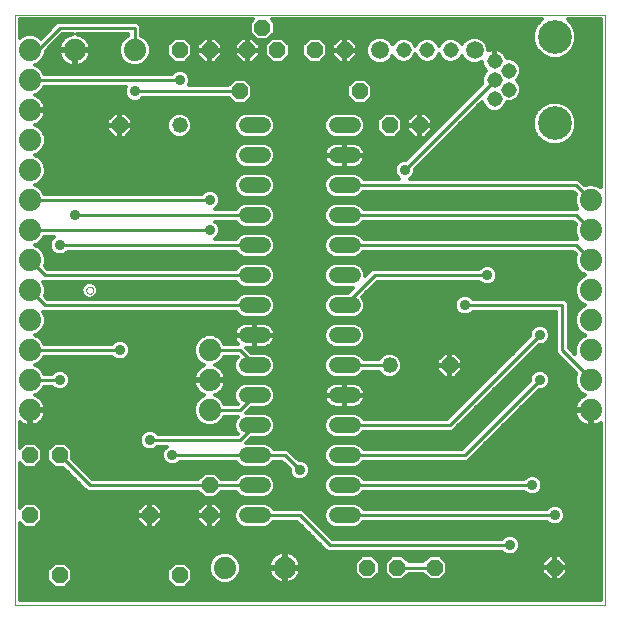
<source format=gbl>
G75*
%MOIN*%
%OFA0B0*%
%FSLAX25Y25*%
%IPPOS*%
%LPD*%
%AMOC8*
5,1,8,0,0,1.08239X$1,22.5*
%
%ADD10C,0.00000*%
%ADD11OC8,0.05200*%
%ADD12C,0.05200*%
%ADD13C,0.05150*%
%ADD14C,0.11220*%
%ADD15C,0.07400*%
%ADD16C,0.05200*%
%ADD17C,0.05937*%
%ADD18C,0.01200*%
%ADD19C,0.01000*%
%ADD20C,0.03562*%
D10*
X0001600Y0001600D02*
X0001600Y0198450D01*
X0198450Y0198450D01*
X0198450Y0001600D01*
X0001600Y0001600D01*
X0025419Y0106600D02*
X0025421Y0106669D01*
X0025427Y0106737D01*
X0025437Y0106805D01*
X0025451Y0106872D01*
X0025469Y0106939D01*
X0025490Y0107004D01*
X0025516Y0107068D01*
X0025545Y0107130D01*
X0025577Y0107190D01*
X0025613Y0107249D01*
X0025653Y0107305D01*
X0025695Y0107359D01*
X0025741Y0107410D01*
X0025790Y0107459D01*
X0025841Y0107505D01*
X0025895Y0107547D01*
X0025951Y0107587D01*
X0026009Y0107623D01*
X0026070Y0107655D01*
X0026132Y0107684D01*
X0026196Y0107710D01*
X0026261Y0107731D01*
X0026328Y0107749D01*
X0026395Y0107763D01*
X0026463Y0107773D01*
X0026531Y0107779D01*
X0026600Y0107781D01*
X0026669Y0107779D01*
X0026737Y0107773D01*
X0026805Y0107763D01*
X0026872Y0107749D01*
X0026939Y0107731D01*
X0027004Y0107710D01*
X0027068Y0107684D01*
X0027130Y0107655D01*
X0027190Y0107623D01*
X0027249Y0107587D01*
X0027305Y0107547D01*
X0027359Y0107505D01*
X0027410Y0107459D01*
X0027459Y0107410D01*
X0027505Y0107359D01*
X0027547Y0107305D01*
X0027587Y0107249D01*
X0027623Y0107190D01*
X0027655Y0107130D01*
X0027684Y0107068D01*
X0027710Y0107004D01*
X0027731Y0106939D01*
X0027749Y0106872D01*
X0027763Y0106805D01*
X0027773Y0106737D01*
X0027779Y0106669D01*
X0027781Y0106600D01*
X0027779Y0106531D01*
X0027773Y0106463D01*
X0027763Y0106395D01*
X0027749Y0106328D01*
X0027731Y0106261D01*
X0027710Y0106196D01*
X0027684Y0106132D01*
X0027655Y0106070D01*
X0027623Y0106009D01*
X0027587Y0105951D01*
X0027547Y0105895D01*
X0027505Y0105841D01*
X0027459Y0105790D01*
X0027410Y0105741D01*
X0027359Y0105695D01*
X0027305Y0105653D01*
X0027249Y0105613D01*
X0027191Y0105577D01*
X0027130Y0105545D01*
X0027068Y0105516D01*
X0027004Y0105490D01*
X0026939Y0105469D01*
X0026872Y0105451D01*
X0026805Y0105437D01*
X0026737Y0105427D01*
X0026669Y0105421D01*
X0026600Y0105419D01*
X0026531Y0105421D01*
X0026463Y0105427D01*
X0026395Y0105437D01*
X0026328Y0105451D01*
X0026261Y0105469D01*
X0026196Y0105490D01*
X0026132Y0105516D01*
X0026070Y0105545D01*
X0026009Y0105577D01*
X0025951Y0105613D01*
X0025895Y0105653D01*
X0025841Y0105695D01*
X0025790Y0105741D01*
X0025741Y0105790D01*
X0025695Y0105841D01*
X0025653Y0105895D01*
X0025613Y0105951D01*
X0025577Y0106009D01*
X0025545Y0106070D01*
X0025516Y0106132D01*
X0025490Y0106196D01*
X0025469Y0106261D01*
X0025451Y0106328D01*
X0025437Y0106395D01*
X0025427Y0106463D01*
X0025421Y0106531D01*
X0025419Y0106600D01*
D11*
X0016600Y0051600D03*
X0006600Y0051600D03*
X0006600Y0031600D03*
X0016600Y0011600D03*
X0046600Y0031600D03*
X0066600Y0031600D03*
X0066600Y0041600D03*
X0056600Y0011600D03*
X0119100Y0014100D03*
X0129100Y0014100D03*
X0141600Y0014100D03*
X0181600Y0014100D03*
X0146600Y0081600D03*
X0136600Y0161600D03*
X0126600Y0161600D03*
X0116600Y0172850D03*
X0111600Y0186600D03*
X0101600Y0186600D03*
X0089100Y0186600D03*
X0084100Y0194100D03*
X0079100Y0186600D03*
X0066600Y0186600D03*
X0056600Y0186600D03*
X0076600Y0172850D03*
X0036600Y0161600D03*
D12*
X0056600Y0161600D03*
X0126600Y0081600D03*
D13*
X0161521Y0170301D03*
X0166246Y0173450D03*
X0161521Y0176600D03*
X0166246Y0179750D03*
X0161521Y0182899D03*
X0146974Y0186600D03*
X0139100Y0186600D03*
X0131226Y0186600D03*
D14*
X0181600Y0190970D03*
X0181600Y0162230D03*
D15*
X0193600Y0136600D03*
X0193600Y0126600D03*
X0193600Y0116600D03*
X0193600Y0106600D03*
X0193600Y0096600D03*
X0193600Y0086600D03*
X0193600Y0076600D03*
X0193600Y0066600D03*
X0091600Y0014100D03*
X0071600Y0014100D03*
X0066600Y0066600D03*
X0066600Y0076600D03*
X0066600Y0086600D03*
X0006600Y0086600D03*
X0006600Y0076600D03*
X0006600Y0066600D03*
X0006600Y0096600D03*
X0006600Y0106600D03*
X0006600Y0116600D03*
X0006600Y0126600D03*
X0006600Y0136600D03*
X0006600Y0146600D03*
X0006600Y0156600D03*
X0006600Y0166600D03*
X0006600Y0176600D03*
X0006600Y0186600D03*
X0021600Y0186600D03*
X0041600Y0186600D03*
D16*
X0079000Y0161600D02*
X0084200Y0161600D01*
X0084200Y0151600D02*
X0079000Y0151600D01*
X0079000Y0141600D02*
X0084200Y0141600D01*
X0084200Y0131600D02*
X0079000Y0131600D01*
X0079000Y0121600D02*
X0084200Y0121600D01*
X0084200Y0111600D02*
X0079000Y0111600D01*
X0079000Y0101600D02*
X0084200Y0101600D01*
X0084200Y0091600D02*
X0079000Y0091600D01*
X0079000Y0081600D02*
X0084200Y0081600D01*
X0084200Y0071600D02*
X0079000Y0071600D01*
X0079000Y0061600D02*
X0084200Y0061600D01*
X0084200Y0051600D02*
X0079000Y0051600D01*
X0079000Y0041600D02*
X0084200Y0041600D01*
X0084200Y0031600D02*
X0079000Y0031600D01*
X0109000Y0031600D02*
X0114200Y0031600D01*
X0114200Y0041600D02*
X0109000Y0041600D01*
X0109000Y0051600D02*
X0114200Y0051600D01*
X0114200Y0061600D02*
X0109000Y0061600D01*
X0109000Y0071600D02*
X0114200Y0071600D01*
X0114200Y0081600D02*
X0109000Y0081600D01*
X0109000Y0091600D02*
X0114200Y0091600D01*
X0114200Y0101600D02*
X0109000Y0101600D01*
X0109000Y0111600D02*
X0114200Y0111600D01*
X0114200Y0121600D02*
X0109000Y0121600D01*
X0109000Y0131600D02*
X0114200Y0131600D01*
X0114200Y0141600D02*
X0109000Y0141600D01*
X0109000Y0151600D02*
X0114200Y0151600D01*
X0114200Y0161600D02*
X0109000Y0161600D01*
D17*
X0123352Y0186600D03*
X0154848Y0186600D03*
D18*
X0158143Y0189766D02*
X0174390Y0189766D01*
X0174390Y0189536D02*
X0175487Y0186886D01*
X0177516Y0184858D01*
X0180166Y0183760D01*
X0183034Y0183760D01*
X0185684Y0184858D01*
X0187713Y0186886D01*
X0188810Y0189536D01*
X0188810Y0192404D01*
X0187713Y0195054D01*
X0185916Y0196850D01*
X0196850Y0196850D01*
X0196850Y0140845D01*
X0196602Y0141093D01*
X0194654Y0141900D01*
X0192546Y0141900D01*
X0191644Y0141526D01*
X0189470Y0143700D01*
X0133434Y0143700D01*
X0133515Y0143734D01*
X0134466Y0144685D01*
X0134981Y0145927D01*
X0134981Y0147011D01*
X0157374Y0169404D01*
X0157982Y0167936D01*
X0159156Y0166762D01*
X0160691Y0166126D01*
X0162352Y0166126D01*
X0163886Y0166762D01*
X0165060Y0167936D01*
X0165615Y0169276D01*
X0167076Y0169276D01*
X0168610Y0169911D01*
X0169785Y0171086D01*
X0170420Y0172620D01*
X0170420Y0174281D01*
X0169785Y0175815D01*
X0169000Y0176600D01*
X0169785Y0177385D01*
X0170420Y0178919D01*
X0170420Y0180580D01*
X0169785Y0182114D01*
X0168610Y0183289D01*
X0167076Y0183924D01*
X0165578Y0183924D01*
X0165390Y0184502D01*
X0165092Y0185087D01*
X0164706Y0185619D01*
X0164241Y0186084D01*
X0163709Y0186470D01*
X0163124Y0186768D01*
X0162499Y0186971D01*
X0161850Y0187074D01*
X0161709Y0187074D01*
X0161709Y0183087D01*
X0161334Y0183087D01*
X0161334Y0187074D01*
X0161193Y0187074D01*
X0160544Y0186971D01*
X0159919Y0186768D01*
X0159417Y0186512D01*
X0159417Y0187509D01*
X0158721Y0189188D01*
X0157436Y0190473D01*
X0155757Y0191168D01*
X0153939Y0191168D01*
X0152260Y0190473D01*
X0150975Y0189188D01*
X0150698Y0188519D01*
X0150513Y0188965D01*
X0149339Y0190139D01*
X0147804Y0190775D01*
X0146144Y0190775D01*
X0144609Y0190139D01*
X0143435Y0188965D01*
X0143037Y0188004D01*
X0142639Y0188965D01*
X0141465Y0190139D01*
X0139930Y0190775D01*
X0138270Y0190775D01*
X0136735Y0190139D01*
X0135561Y0188965D01*
X0135163Y0188004D01*
X0134765Y0188965D01*
X0133591Y0190139D01*
X0132056Y0190775D01*
X0130396Y0190775D01*
X0128861Y0190139D01*
X0127687Y0188965D01*
X0127502Y0188519D01*
X0127225Y0189188D01*
X0125940Y0190473D01*
X0124261Y0191168D01*
X0122443Y0191168D01*
X0120764Y0190473D01*
X0119479Y0189188D01*
X0118783Y0187509D01*
X0118783Y0185691D01*
X0119479Y0184012D01*
X0120764Y0182727D01*
X0122443Y0182031D01*
X0124261Y0182031D01*
X0125940Y0182727D01*
X0127225Y0184012D01*
X0127502Y0184681D01*
X0127687Y0184235D01*
X0128861Y0183061D01*
X0130396Y0182425D01*
X0132056Y0182425D01*
X0133591Y0183061D01*
X0134765Y0184235D01*
X0135163Y0185196D01*
X0135561Y0184235D01*
X0136735Y0183061D01*
X0138270Y0182425D01*
X0139930Y0182425D01*
X0141465Y0183061D01*
X0142639Y0184235D01*
X0143037Y0185196D01*
X0143435Y0184235D01*
X0144609Y0183061D01*
X0146144Y0182425D01*
X0147804Y0182425D01*
X0149339Y0183061D01*
X0150513Y0184235D01*
X0150698Y0184681D01*
X0150975Y0184012D01*
X0152260Y0182727D01*
X0153939Y0182031D01*
X0155757Y0182031D01*
X0157346Y0182690D01*
X0157346Y0182571D01*
X0157449Y0181922D01*
X0157652Y0181297D01*
X0157951Y0180711D01*
X0158337Y0180180D01*
X0158767Y0179750D01*
X0157982Y0178965D01*
X0157346Y0177430D01*
X0157346Y0175770D01*
X0157479Y0175449D01*
X0132011Y0149981D01*
X0130927Y0149981D01*
X0129685Y0149466D01*
X0128734Y0148515D01*
X0128219Y0147273D01*
X0128219Y0145927D01*
X0128734Y0144685D01*
X0129685Y0143734D01*
X0129766Y0143700D01*
X0117876Y0143700D01*
X0117761Y0143979D01*
X0116579Y0145161D01*
X0115035Y0145800D01*
X0108165Y0145800D01*
X0106621Y0145161D01*
X0105439Y0143979D01*
X0104800Y0142435D01*
X0104800Y0140765D01*
X0105439Y0139221D01*
X0106621Y0138039D01*
X0108165Y0137400D01*
X0115035Y0137400D01*
X0116579Y0138039D01*
X0117761Y0139221D01*
X0117876Y0139500D01*
X0187730Y0139500D01*
X0188674Y0138556D01*
X0188300Y0137654D01*
X0188300Y0135546D01*
X0189065Y0133700D01*
X0117876Y0133700D01*
X0117761Y0133979D01*
X0116579Y0135161D01*
X0115035Y0135800D01*
X0108165Y0135800D01*
X0106621Y0135161D01*
X0105439Y0133979D01*
X0104800Y0132435D01*
X0104800Y0130765D01*
X0105439Y0129221D01*
X0106621Y0128039D01*
X0108165Y0127400D01*
X0115035Y0127400D01*
X0116579Y0128039D01*
X0117761Y0129221D01*
X0117876Y0129500D01*
X0187730Y0129500D01*
X0188674Y0128556D01*
X0188300Y0127654D01*
X0188300Y0125546D01*
X0189065Y0123700D01*
X0117876Y0123700D01*
X0117761Y0123979D01*
X0116579Y0125161D01*
X0115035Y0125800D01*
X0108165Y0125800D01*
X0106621Y0125161D01*
X0105439Y0123979D01*
X0104800Y0122435D01*
X0104800Y0120765D01*
X0105439Y0119221D01*
X0106621Y0118039D01*
X0108165Y0117400D01*
X0115035Y0117400D01*
X0116579Y0118039D01*
X0117761Y0119221D01*
X0117876Y0119500D01*
X0187730Y0119500D01*
X0188674Y0118556D01*
X0188300Y0117654D01*
X0188300Y0115546D01*
X0189107Y0113598D01*
X0190598Y0112107D01*
X0191822Y0111600D01*
X0190598Y0111093D01*
X0189107Y0109602D01*
X0188300Y0107654D01*
X0188300Y0105546D01*
X0189107Y0103598D01*
X0190598Y0102107D01*
X0191822Y0101600D01*
X0190598Y0101093D01*
X0189107Y0099602D01*
X0188300Y0097654D01*
X0188300Y0095546D01*
X0189107Y0093598D01*
X0190598Y0092107D01*
X0191822Y0091600D01*
X0190598Y0091093D01*
X0189107Y0089602D01*
X0188300Y0087654D01*
X0188300Y0085546D01*
X0188424Y0085245D01*
X0186200Y0087470D01*
X0186200Y0102470D01*
X0184970Y0103700D01*
X0154282Y0103700D01*
X0153515Y0104466D01*
X0152273Y0104981D01*
X0150927Y0104981D01*
X0149685Y0104466D01*
X0148734Y0103515D01*
X0148219Y0102273D01*
X0148219Y0100927D01*
X0148734Y0099685D01*
X0149685Y0098734D01*
X0150927Y0098219D01*
X0152273Y0098219D01*
X0153515Y0098734D01*
X0154282Y0099500D01*
X0182000Y0099500D01*
X0182000Y0085730D01*
X0183230Y0084500D01*
X0188820Y0078910D01*
X0188300Y0077654D01*
X0188300Y0075546D01*
X0189107Y0073598D01*
X0190598Y0072107D01*
X0191828Y0071597D01*
X0191566Y0071512D01*
X0190822Y0071133D01*
X0190147Y0070643D01*
X0189557Y0070053D01*
X0189067Y0069378D01*
X0188688Y0068634D01*
X0188430Y0067841D01*
X0188300Y0067017D01*
X0188300Y0067000D01*
X0193200Y0067000D01*
X0193200Y0066200D01*
X0194000Y0066200D01*
X0194000Y0061300D01*
X0194017Y0061300D01*
X0194841Y0061430D01*
X0195634Y0061688D01*
X0196378Y0062067D01*
X0196850Y0062410D01*
X0196850Y0003200D01*
X0003200Y0003200D01*
X0003200Y0029060D01*
X0004860Y0027400D01*
X0008340Y0027400D01*
X0010800Y0029860D01*
X0010800Y0033340D01*
X0008340Y0035800D01*
X0004860Y0035800D01*
X0003200Y0034140D01*
X0003200Y0049060D01*
X0004860Y0047400D01*
X0008340Y0047400D01*
X0010800Y0049860D01*
X0010800Y0053340D01*
X0008340Y0055800D01*
X0004860Y0055800D01*
X0003200Y0054140D01*
X0003200Y0062519D01*
X0003822Y0062067D01*
X0004566Y0061688D01*
X0005359Y0061430D01*
X0006183Y0061300D01*
X0006200Y0061300D01*
X0006200Y0066200D01*
X0007000Y0066200D01*
X0007000Y0067000D01*
X0011900Y0067000D01*
X0011900Y0067017D01*
X0011769Y0067841D01*
X0011512Y0068634D01*
X0011133Y0069378D01*
X0010643Y0070053D01*
X0010053Y0070643D01*
X0009378Y0071133D01*
X0008634Y0071512D01*
X0008372Y0071597D01*
X0009602Y0072107D01*
X0011093Y0073598D01*
X0011467Y0074500D01*
X0013918Y0074500D01*
X0014685Y0073734D01*
X0015927Y0073219D01*
X0017273Y0073219D01*
X0018515Y0073734D01*
X0019466Y0074685D01*
X0019981Y0075927D01*
X0019981Y0077273D01*
X0019466Y0078515D01*
X0018515Y0079466D01*
X0017273Y0079981D01*
X0015927Y0079981D01*
X0014685Y0079466D01*
X0013918Y0078700D01*
X0011467Y0078700D01*
X0011093Y0079602D01*
X0009602Y0081093D01*
X0008378Y0081600D01*
X0009602Y0082107D01*
X0011093Y0083598D01*
X0011467Y0084500D01*
X0033918Y0084500D01*
X0034685Y0083734D01*
X0035927Y0083219D01*
X0037273Y0083219D01*
X0038515Y0083734D01*
X0039466Y0084685D01*
X0039981Y0085927D01*
X0039981Y0087273D01*
X0039466Y0088515D01*
X0038515Y0089466D01*
X0037273Y0089981D01*
X0035927Y0089981D01*
X0034685Y0089466D01*
X0033918Y0088700D01*
X0011467Y0088700D01*
X0011093Y0089602D01*
X0009602Y0091093D01*
X0008378Y0091600D01*
X0009602Y0092107D01*
X0011093Y0093598D01*
X0011900Y0095546D01*
X0011900Y0097654D01*
X0011135Y0099500D01*
X0075324Y0099500D01*
X0075439Y0099221D01*
X0076621Y0098039D01*
X0078165Y0097400D01*
X0085035Y0097400D01*
X0086579Y0098039D01*
X0087761Y0099221D01*
X0088400Y0100765D01*
X0088400Y0102435D01*
X0087761Y0103979D01*
X0086579Y0105161D01*
X0085035Y0105800D01*
X0078165Y0105800D01*
X0076621Y0105161D01*
X0075439Y0103979D01*
X0075324Y0103700D01*
X0012470Y0103700D01*
X0011526Y0104644D01*
X0011900Y0105546D01*
X0011900Y0107654D01*
X0011135Y0109500D01*
X0075324Y0109500D01*
X0075439Y0109221D01*
X0076621Y0108039D01*
X0078165Y0107400D01*
X0085035Y0107400D01*
X0086579Y0108039D01*
X0087761Y0109221D01*
X0088400Y0110765D01*
X0088400Y0112435D01*
X0087761Y0113979D01*
X0086579Y0115161D01*
X0085035Y0115800D01*
X0078165Y0115800D01*
X0076621Y0115161D01*
X0075439Y0113979D01*
X0075324Y0113700D01*
X0012470Y0113700D01*
X0011526Y0114644D01*
X0011900Y0115546D01*
X0011900Y0117654D01*
X0011093Y0119602D01*
X0009602Y0121093D01*
X0008378Y0121600D01*
X0009602Y0122107D01*
X0011093Y0123598D01*
X0011467Y0124500D01*
X0014766Y0124500D01*
X0014685Y0124466D01*
X0013734Y0123515D01*
X0013219Y0122273D01*
X0013219Y0120927D01*
X0013734Y0119685D01*
X0014685Y0118734D01*
X0015927Y0118219D01*
X0017273Y0118219D01*
X0018515Y0118734D01*
X0019282Y0119500D01*
X0075324Y0119500D01*
X0075439Y0119221D01*
X0076621Y0118039D01*
X0078165Y0117400D01*
X0085035Y0117400D01*
X0086579Y0118039D01*
X0087761Y0119221D01*
X0088400Y0120765D01*
X0088400Y0122435D01*
X0087761Y0123979D01*
X0086579Y0125161D01*
X0085035Y0125800D01*
X0078165Y0125800D01*
X0076621Y0125161D01*
X0075439Y0123979D01*
X0075324Y0123700D01*
X0068434Y0123700D01*
X0068515Y0123734D01*
X0069466Y0124685D01*
X0069981Y0125927D01*
X0069981Y0127273D01*
X0069466Y0128515D01*
X0068515Y0129466D01*
X0068434Y0129500D01*
X0075324Y0129500D01*
X0075439Y0129221D01*
X0076621Y0128039D01*
X0078165Y0127400D01*
X0085035Y0127400D01*
X0086579Y0128039D01*
X0087761Y0129221D01*
X0088400Y0130765D01*
X0088400Y0132435D01*
X0087761Y0133979D01*
X0086579Y0135161D01*
X0085035Y0135800D01*
X0078165Y0135800D01*
X0076621Y0135161D01*
X0075439Y0133979D01*
X0075324Y0133700D01*
X0068434Y0133700D01*
X0068515Y0133734D01*
X0069466Y0134685D01*
X0069981Y0135927D01*
X0069981Y0137273D01*
X0069466Y0138515D01*
X0068515Y0139466D01*
X0067273Y0139981D01*
X0065927Y0139981D01*
X0064685Y0139466D01*
X0063918Y0138700D01*
X0011467Y0138700D01*
X0011093Y0139602D01*
X0009602Y0141093D01*
X0008378Y0141600D01*
X0009602Y0142107D01*
X0011093Y0143598D01*
X0011900Y0145546D01*
X0011900Y0147654D01*
X0011093Y0149602D01*
X0009602Y0151093D01*
X0008378Y0151600D01*
X0009602Y0152107D01*
X0011093Y0153598D01*
X0011900Y0155546D01*
X0011900Y0157654D01*
X0011093Y0159602D01*
X0009602Y0161093D01*
X0008372Y0161603D01*
X0008634Y0161688D01*
X0009378Y0162067D01*
X0010053Y0162557D01*
X0010643Y0163147D01*
X0011133Y0163822D01*
X0011512Y0164566D01*
X0011769Y0165359D01*
X0011900Y0166183D01*
X0011900Y0166200D01*
X0007000Y0166200D01*
X0007000Y0167000D01*
X0011900Y0167000D01*
X0011900Y0167017D01*
X0011769Y0167841D01*
X0011512Y0168634D01*
X0011133Y0169378D01*
X0010643Y0170053D01*
X0010053Y0170643D01*
X0009378Y0171133D01*
X0008634Y0171512D01*
X0008372Y0171597D01*
X0009602Y0172107D01*
X0011093Y0173598D01*
X0011467Y0174500D01*
X0038624Y0174500D01*
X0038219Y0173523D01*
X0038219Y0172177D01*
X0038734Y0170935D01*
X0039685Y0169984D01*
X0040927Y0169469D01*
X0042273Y0169469D01*
X0043515Y0169984D01*
X0044282Y0170750D01*
X0072760Y0170750D01*
X0074860Y0168650D01*
X0078340Y0168650D01*
X0080800Y0171110D01*
X0080800Y0174590D01*
X0078340Y0177050D01*
X0074860Y0177050D01*
X0072760Y0174950D01*
X0059576Y0174950D01*
X0059981Y0175927D01*
X0059981Y0177273D01*
X0059466Y0178515D01*
X0058515Y0179466D01*
X0057273Y0179981D01*
X0055927Y0179981D01*
X0054685Y0179466D01*
X0053918Y0178700D01*
X0011467Y0178700D01*
X0011093Y0179602D01*
X0009602Y0181093D01*
X0008378Y0181600D01*
X0009602Y0182107D01*
X0011093Y0183598D01*
X0011900Y0185546D01*
X0011900Y0186281D01*
X0017470Y0191850D01*
X0020870Y0191850D01*
X0020359Y0191769D01*
X0019566Y0191512D01*
X0018822Y0191133D01*
X0018147Y0190643D01*
X0017557Y0190053D01*
X0017067Y0189378D01*
X0016688Y0188634D01*
X0016430Y0187841D01*
X0016300Y0187017D01*
X0016300Y0187000D01*
X0021200Y0187000D01*
X0021200Y0186200D01*
X0022000Y0186200D01*
X0022000Y0187000D01*
X0026900Y0187000D01*
X0026900Y0187017D01*
X0026769Y0187841D01*
X0026512Y0188634D01*
X0026133Y0189378D01*
X0025643Y0190053D01*
X0025053Y0190643D01*
X0024378Y0191133D01*
X0023634Y0191512D01*
X0022841Y0191769D01*
X0022330Y0191850D01*
X0039500Y0191850D01*
X0039500Y0191467D01*
X0038598Y0191093D01*
X0037107Y0189602D01*
X0036300Y0187654D01*
X0036300Y0185546D01*
X0037107Y0183598D01*
X0038598Y0182107D01*
X0040546Y0181300D01*
X0042654Y0181300D01*
X0044602Y0182107D01*
X0046093Y0183598D01*
X0046900Y0185546D01*
X0046900Y0187654D01*
X0046093Y0189602D01*
X0044602Y0191093D01*
X0043700Y0191467D01*
X0043700Y0194820D01*
X0042470Y0196050D01*
X0015730Y0196050D01*
X0014500Y0194820D01*
X0010188Y0190508D01*
X0009602Y0191093D01*
X0007654Y0191900D01*
X0005546Y0191900D01*
X0003598Y0191093D01*
X0003200Y0190695D01*
X0003200Y0196850D01*
X0080911Y0196850D01*
X0079900Y0195840D01*
X0079900Y0192360D01*
X0082360Y0189900D01*
X0085840Y0189900D01*
X0088300Y0192360D01*
X0088300Y0195840D01*
X0087289Y0196850D01*
X0177284Y0196850D01*
X0175487Y0195054D01*
X0174390Y0192404D01*
X0174390Y0189536D01*
X0174791Y0188568D02*
X0158978Y0188568D01*
X0159417Y0187369D02*
X0175287Y0187369D01*
X0176203Y0186171D02*
X0164121Y0186171D01*
X0165150Y0184972D02*
X0177401Y0184972D01*
X0180132Y0183774D02*
X0167440Y0183774D01*
X0169324Y0182575D02*
X0196850Y0182575D01*
X0196850Y0181377D02*
X0170090Y0181377D01*
X0170420Y0180178D02*
X0196850Y0180178D01*
X0196850Y0178980D02*
X0170420Y0178980D01*
X0169949Y0177781D02*
X0196850Y0177781D01*
X0196850Y0176583D02*
X0169017Y0176583D01*
X0169963Y0175384D02*
X0196850Y0175384D01*
X0196850Y0174186D02*
X0170420Y0174186D01*
X0170420Y0172987D02*
X0196850Y0172987D01*
X0196850Y0171789D02*
X0170076Y0171789D01*
X0169289Y0170590D02*
X0196850Y0170590D01*
X0196850Y0169392D02*
X0183151Y0169392D01*
X0183034Y0169440D02*
X0180166Y0169440D01*
X0177516Y0168342D01*
X0175487Y0166314D01*
X0174390Y0163664D01*
X0174390Y0160796D01*
X0175487Y0158146D01*
X0177516Y0156117D01*
X0180166Y0155020D01*
X0183034Y0155020D01*
X0185684Y0156117D01*
X0187713Y0158146D01*
X0188810Y0160796D01*
X0188810Y0163664D01*
X0187713Y0166314D01*
X0185684Y0168342D01*
X0183034Y0169440D01*
X0185834Y0168193D02*
X0196850Y0168193D01*
X0196850Y0166995D02*
X0187032Y0166995D01*
X0187927Y0165796D02*
X0196850Y0165796D01*
X0196850Y0164598D02*
X0188424Y0164598D01*
X0188810Y0163399D02*
X0196850Y0163399D01*
X0196850Y0162201D02*
X0188810Y0162201D01*
X0188810Y0161002D02*
X0196850Y0161002D01*
X0196850Y0159803D02*
X0188399Y0159803D01*
X0187903Y0158605D02*
X0196850Y0158605D01*
X0196850Y0157406D02*
X0186973Y0157406D01*
X0185775Y0156208D02*
X0196850Y0156208D01*
X0196850Y0155009D02*
X0142979Y0155009D01*
X0141781Y0153811D02*
X0196850Y0153811D01*
X0196850Y0152612D02*
X0140582Y0152612D01*
X0139384Y0151414D02*
X0196850Y0151414D01*
X0196850Y0150215D02*
X0138185Y0150215D01*
X0136987Y0149017D02*
X0196850Y0149017D01*
X0196850Y0147818D02*
X0135788Y0147818D01*
X0134981Y0146620D02*
X0196850Y0146620D01*
X0196850Y0145421D02*
X0134771Y0145421D01*
X0134004Y0144223D02*
X0196850Y0144223D01*
X0196850Y0143024D02*
X0190145Y0143024D01*
X0191344Y0141826D02*
X0192367Y0141826D01*
X0194833Y0141826D02*
X0196850Y0141826D01*
X0188677Y0134635D02*
X0117105Y0134635D01*
X0116770Y0138230D02*
X0188539Y0138230D01*
X0188300Y0137032D02*
X0069981Y0137032D01*
X0069942Y0135833D02*
X0188300Y0135833D01*
X0187801Y0139429D02*
X0117847Y0139429D01*
X0117517Y0144223D02*
X0129196Y0144223D01*
X0128429Y0145421D02*
X0115950Y0145421D01*
X0115184Y0147503D02*
X0115812Y0147708D01*
X0116401Y0148008D01*
X0116936Y0148396D01*
X0117404Y0148864D01*
X0117792Y0149399D01*
X0118092Y0149988D01*
X0118297Y0150616D01*
X0118400Y0151269D01*
X0118400Y0151400D01*
X0111800Y0151400D01*
X0111800Y0151800D01*
X0111400Y0151800D01*
X0111400Y0155800D01*
X0108669Y0155800D01*
X0108016Y0155697D01*
X0107388Y0155492D01*
X0106799Y0155192D01*
X0106264Y0154804D01*
X0105796Y0154336D01*
X0105408Y0153801D01*
X0105108Y0153212D01*
X0104903Y0152584D01*
X0104800Y0151931D01*
X0104800Y0151800D01*
X0111400Y0151800D01*
X0111400Y0151400D01*
X0111800Y0151400D01*
X0111800Y0147400D01*
X0114531Y0147400D01*
X0115184Y0147503D01*
X0116029Y0147818D02*
X0128445Y0147818D01*
X0128219Y0146620D02*
X0011900Y0146620D01*
X0011848Y0145421D02*
X0077250Y0145421D01*
X0076621Y0145161D02*
X0075439Y0143979D01*
X0074800Y0142435D01*
X0074800Y0140765D01*
X0075439Y0139221D01*
X0076621Y0138039D01*
X0078165Y0137400D01*
X0085035Y0137400D01*
X0086579Y0138039D01*
X0087761Y0139221D01*
X0088400Y0140765D01*
X0088400Y0142435D01*
X0087761Y0143979D01*
X0086579Y0145161D01*
X0085035Y0145800D01*
X0078165Y0145800D01*
X0076621Y0145161D01*
X0075683Y0144223D02*
X0011352Y0144223D01*
X0010520Y0143024D02*
X0075044Y0143024D01*
X0074800Y0141826D02*
X0008924Y0141826D01*
X0010068Y0140627D02*
X0074857Y0140627D01*
X0075353Y0139429D02*
X0068553Y0139429D01*
X0069584Y0138230D02*
X0076430Y0138230D01*
X0076095Y0134635D02*
X0069416Y0134635D01*
X0069339Y0128642D02*
X0076018Y0128642D01*
X0078059Y0127444D02*
X0069910Y0127444D01*
X0069981Y0126245D02*
X0188300Y0126245D01*
X0188300Y0127444D02*
X0115141Y0127444D01*
X0117182Y0128642D02*
X0188588Y0128642D01*
X0188507Y0125047D02*
X0116693Y0125047D01*
X0117815Y0123848D02*
X0189003Y0123848D01*
X0188176Y0119054D02*
X0117594Y0119054D01*
X0116135Y0117856D02*
X0188383Y0117856D01*
X0188300Y0116657D02*
X0011900Y0116657D01*
X0011864Y0115459D02*
X0077340Y0115459D01*
X0075720Y0114260D02*
X0011910Y0114260D01*
X0011817Y0117856D02*
X0077065Y0117856D01*
X0075606Y0119054D02*
X0018836Y0119054D01*
X0014364Y0119054D02*
X0011320Y0119054D01*
X0010443Y0120253D02*
X0013498Y0120253D01*
X0013219Y0121451D02*
X0008738Y0121451D01*
X0010145Y0122650D02*
X0013375Y0122650D01*
X0014067Y0123848D02*
X0011197Y0123848D01*
X0011150Y0109466D02*
X0075338Y0109466D01*
X0076393Y0108268D02*
X0028866Y0108268D01*
X0028958Y0108175D02*
X0028175Y0108958D01*
X0027153Y0109381D01*
X0026047Y0109381D01*
X0025025Y0108958D01*
X0024242Y0108175D01*
X0023819Y0107153D01*
X0023819Y0106047D01*
X0024242Y0105025D01*
X0025025Y0104242D01*
X0026047Y0103819D01*
X0027153Y0103819D01*
X0028175Y0104242D01*
X0028958Y0105025D01*
X0029381Y0106047D01*
X0029381Y0107153D01*
X0028958Y0108175D01*
X0029381Y0107069D02*
X0114099Y0107069D01*
X0114430Y0107400D02*
X0112830Y0105800D01*
X0108165Y0105800D01*
X0106621Y0105161D01*
X0105439Y0103979D01*
X0104800Y0102435D01*
X0104800Y0100765D01*
X0105439Y0099221D01*
X0106621Y0098039D01*
X0108165Y0097400D01*
X0115035Y0097400D01*
X0116579Y0098039D01*
X0117761Y0099221D01*
X0118400Y0100765D01*
X0118400Y0102435D01*
X0117761Y0103979D01*
X0117355Y0104385D01*
X0122470Y0109500D01*
X0156418Y0109500D01*
X0157185Y0108734D01*
X0158427Y0108219D01*
X0159773Y0108219D01*
X0161015Y0108734D01*
X0161966Y0109685D01*
X0162481Y0110927D01*
X0162481Y0112273D01*
X0161966Y0113515D01*
X0161015Y0114466D01*
X0159773Y0114981D01*
X0158427Y0114981D01*
X0157185Y0114466D01*
X0156418Y0113700D01*
X0120730Y0113700D01*
X0118400Y0111370D01*
X0118400Y0112435D01*
X0117761Y0113979D01*
X0116579Y0115161D01*
X0115035Y0115800D01*
X0108165Y0115800D01*
X0106621Y0115161D01*
X0105439Y0113979D01*
X0104800Y0112435D01*
X0104800Y0110765D01*
X0105439Y0109221D01*
X0106621Y0108039D01*
X0108165Y0107400D01*
X0114430Y0107400D01*
X0112901Y0105870D02*
X0029308Y0105870D01*
X0028605Y0104672D02*
X0076132Y0104672D01*
X0075981Y0098679D02*
X0011475Y0098679D01*
X0011900Y0097481D02*
X0077969Y0097481D01*
X0078016Y0095697D02*
X0077388Y0095492D01*
X0076799Y0095192D01*
X0076264Y0094804D01*
X0075796Y0094336D01*
X0075408Y0093801D01*
X0075108Y0093212D01*
X0074903Y0092584D01*
X0074800Y0091931D01*
X0074800Y0091800D01*
X0081400Y0091800D01*
X0081400Y0095800D01*
X0078669Y0095800D01*
X0078016Y0095697D01*
X0076650Y0095084D02*
X0011709Y0095084D01*
X0011900Y0096282D02*
X0182000Y0096282D01*
X0182000Y0095084D02*
X0116656Y0095084D01*
X0116579Y0095161D02*
X0115035Y0095800D01*
X0108165Y0095800D01*
X0106621Y0095161D01*
X0105439Y0093979D01*
X0104800Y0092435D01*
X0104800Y0090765D01*
X0105439Y0089221D01*
X0106621Y0088039D01*
X0108165Y0087400D01*
X0115035Y0087400D01*
X0116579Y0088039D01*
X0117761Y0089221D01*
X0118400Y0090765D01*
X0118400Y0092435D01*
X0117761Y0093979D01*
X0116579Y0095161D01*
X0117799Y0093885D02*
X0174104Y0093885D01*
X0173734Y0093515D02*
X0173219Y0092273D01*
X0173219Y0091189D01*
X0145730Y0063700D01*
X0117876Y0063700D01*
X0117761Y0063979D01*
X0116579Y0065161D01*
X0115035Y0065800D01*
X0108165Y0065800D01*
X0106621Y0065161D01*
X0105439Y0063979D01*
X0104800Y0062435D01*
X0104800Y0060765D01*
X0105439Y0059221D01*
X0106621Y0058039D01*
X0108165Y0057400D01*
X0115035Y0057400D01*
X0116579Y0058039D01*
X0117761Y0059221D01*
X0117876Y0059500D01*
X0147470Y0059500D01*
X0176189Y0088219D01*
X0177273Y0088219D01*
X0178515Y0088734D01*
X0179466Y0089685D01*
X0179981Y0090927D01*
X0179981Y0092273D01*
X0179466Y0093515D01*
X0178515Y0094466D01*
X0177273Y0094981D01*
X0175927Y0094981D01*
X0174685Y0094466D01*
X0173734Y0093515D01*
X0173391Y0092687D02*
X0118296Y0092687D01*
X0118400Y0091488D02*
X0173219Y0091488D01*
X0172320Y0090290D02*
X0118203Y0090290D01*
X0117631Y0089091D02*
X0171121Y0089091D01*
X0169923Y0087893D02*
X0116225Y0087893D01*
X0115035Y0085800D02*
X0108165Y0085800D01*
X0106621Y0085161D01*
X0105439Y0083979D01*
X0104800Y0082435D01*
X0104800Y0080765D01*
X0105439Y0079221D01*
X0106621Y0078039D01*
X0108165Y0077400D01*
X0115035Y0077400D01*
X0116579Y0078039D01*
X0117761Y0079221D01*
X0117876Y0079500D01*
X0122924Y0079500D01*
X0123039Y0079221D01*
X0124221Y0078039D01*
X0125765Y0077400D01*
X0127435Y0077400D01*
X0128979Y0078039D01*
X0130161Y0079221D01*
X0130800Y0080765D01*
X0130800Y0082435D01*
X0130161Y0083979D01*
X0128979Y0085161D01*
X0127435Y0085800D01*
X0125765Y0085800D01*
X0124221Y0085161D01*
X0123039Y0083979D01*
X0122924Y0083700D01*
X0117876Y0083700D01*
X0117761Y0083979D01*
X0116579Y0085161D01*
X0115035Y0085800D01*
X0115770Y0085496D02*
X0125030Y0085496D01*
X0123358Y0084297D02*
X0117442Y0084297D01*
X0116844Y0078305D02*
X0123956Y0078305D01*
X0129244Y0078305D02*
X0143956Y0078305D01*
X0144860Y0077400D02*
X0142400Y0079860D01*
X0142400Y0081400D01*
X0146400Y0081400D01*
X0146800Y0081400D01*
X0146800Y0081800D01*
X0150800Y0081800D01*
X0150800Y0083340D01*
X0148340Y0085800D01*
X0146800Y0085800D01*
X0146800Y0081800D01*
X0146400Y0081800D01*
X0146400Y0085800D01*
X0144860Y0085800D01*
X0142400Y0083340D01*
X0142400Y0081800D01*
X0146400Y0081800D01*
X0146400Y0081400D01*
X0146400Y0077400D01*
X0144860Y0077400D01*
X0146400Y0078305D02*
X0146800Y0078305D01*
X0146800Y0077400D02*
X0148340Y0077400D01*
X0150800Y0079860D01*
X0150800Y0081400D01*
X0146800Y0081400D01*
X0146800Y0077400D01*
X0146800Y0079503D02*
X0146400Y0079503D01*
X0146400Y0080702D02*
X0146800Y0080702D01*
X0146800Y0081900D02*
X0146400Y0081900D01*
X0146400Y0083099D02*
X0146800Y0083099D01*
X0146800Y0084297D02*
X0146400Y0084297D01*
X0146400Y0085496D02*
X0146800Y0085496D01*
X0148644Y0085496D02*
X0167526Y0085496D01*
X0168724Y0086694D02*
X0079476Y0086694D01*
X0078770Y0087400D02*
X0081400Y0087400D01*
X0081400Y0091400D01*
X0074800Y0091400D01*
X0074800Y0091269D01*
X0074903Y0090616D01*
X0075108Y0089988D01*
X0075408Y0089399D01*
X0075796Y0088864D01*
X0075960Y0088700D01*
X0071467Y0088700D01*
X0071093Y0089602D01*
X0069602Y0091093D01*
X0067654Y0091900D01*
X0065546Y0091900D01*
X0063598Y0091093D01*
X0062107Y0089602D01*
X0061300Y0087654D01*
X0061300Y0085546D01*
X0062107Y0083598D01*
X0063598Y0082107D01*
X0064828Y0081597D01*
X0064566Y0081512D01*
X0063822Y0081133D01*
X0063147Y0080643D01*
X0062557Y0080053D01*
X0062067Y0079378D01*
X0061688Y0078634D01*
X0061430Y0077841D01*
X0061300Y0077017D01*
X0061300Y0077000D01*
X0066200Y0077000D01*
X0066200Y0076200D01*
X0061300Y0076200D01*
X0061300Y0076183D01*
X0061430Y0075359D01*
X0061688Y0074566D01*
X0062067Y0073822D01*
X0062557Y0073147D01*
X0063147Y0072557D01*
X0063822Y0072067D01*
X0064566Y0071688D01*
X0064828Y0071603D01*
X0063598Y0071093D01*
X0062107Y0069602D01*
X0061300Y0067654D01*
X0061300Y0065546D01*
X0062107Y0063598D01*
X0063598Y0062107D01*
X0065546Y0061300D01*
X0067654Y0061300D01*
X0069602Y0062107D01*
X0071093Y0063598D01*
X0071467Y0064500D01*
X0075960Y0064500D01*
X0075439Y0063979D01*
X0074800Y0062435D01*
X0074800Y0060765D01*
X0075439Y0059221D01*
X0075845Y0058815D01*
X0075730Y0058700D01*
X0049282Y0058700D01*
X0048515Y0059466D01*
X0047273Y0059981D01*
X0045927Y0059981D01*
X0044685Y0059466D01*
X0043734Y0058515D01*
X0043219Y0057273D01*
X0043219Y0055927D01*
X0043734Y0054685D01*
X0044685Y0053734D01*
X0045927Y0053219D01*
X0047273Y0053219D01*
X0048515Y0053734D01*
X0049282Y0054500D01*
X0052266Y0054500D01*
X0052185Y0054466D01*
X0051234Y0053515D01*
X0050719Y0052273D01*
X0050719Y0050927D01*
X0051234Y0049685D01*
X0052185Y0048734D01*
X0053427Y0048219D01*
X0054773Y0048219D01*
X0056015Y0048734D01*
X0056782Y0049500D01*
X0075324Y0049500D01*
X0075439Y0049221D01*
X0076621Y0048039D01*
X0078165Y0047400D01*
X0085035Y0047400D01*
X0086579Y0048039D01*
X0087761Y0049221D01*
X0087876Y0049500D01*
X0090730Y0049500D01*
X0093219Y0047011D01*
X0093219Y0045927D01*
X0093734Y0044685D01*
X0094685Y0043734D01*
X0095927Y0043219D01*
X0097273Y0043219D01*
X0098515Y0043734D01*
X0099466Y0044685D01*
X0099981Y0045927D01*
X0099981Y0047273D01*
X0099466Y0048515D01*
X0098515Y0049466D01*
X0097273Y0049981D01*
X0096189Y0049981D01*
X0092470Y0053700D01*
X0087876Y0053700D01*
X0087761Y0053979D01*
X0086579Y0055161D01*
X0085035Y0055800D01*
X0078770Y0055800D01*
X0080370Y0057400D01*
X0085035Y0057400D01*
X0086579Y0058039D01*
X0087761Y0059221D01*
X0088400Y0060765D01*
X0088400Y0062435D01*
X0087761Y0063979D01*
X0086579Y0065161D01*
X0085035Y0065800D01*
X0078770Y0065800D01*
X0080370Y0067400D01*
X0085035Y0067400D01*
X0086579Y0068039D01*
X0087761Y0069221D01*
X0088400Y0070765D01*
X0088400Y0072435D01*
X0087761Y0073979D01*
X0086579Y0075161D01*
X0085035Y0075800D01*
X0078165Y0075800D01*
X0076621Y0075161D01*
X0075439Y0073979D01*
X0074800Y0072435D01*
X0074800Y0070765D01*
X0075439Y0069221D01*
X0075845Y0068815D01*
X0075730Y0068700D01*
X0071467Y0068700D01*
X0071093Y0069602D01*
X0069602Y0071093D01*
X0068372Y0071603D01*
X0068634Y0071688D01*
X0069378Y0072067D01*
X0070053Y0072557D01*
X0070643Y0073147D01*
X0071133Y0073822D01*
X0071512Y0074566D01*
X0071769Y0075359D01*
X0071900Y0076183D01*
X0071900Y0076200D01*
X0067000Y0076200D01*
X0067000Y0077000D01*
X0071900Y0077000D01*
X0071900Y0077017D01*
X0071769Y0077841D01*
X0071512Y0078634D01*
X0071133Y0079378D01*
X0070643Y0080053D01*
X0070053Y0080643D01*
X0069378Y0081133D01*
X0068634Y0081512D01*
X0068372Y0081597D01*
X0069602Y0082107D01*
X0071093Y0083598D01*
X0071467Y0084500D01*
X0075730Y0084500D01*
X0075845Y0084385D01*
X0075439Y0083979D01*
X0074800Y0082435D01*
X0074800Y0080765D01*
X0075439Y0079221D01*
X0076621Y0078039D01*
X0078165Y0077400D01*
X0085035Y0077400D01*
X0086579Y0078039D01*
X0087761Y0079221D01*
X0088400Y0080765D01*
X0088400Y0082435D01*
X0087761Y0083979D01*
X0086579Y0085161D01*
X0085035Y0085800D01*
X0080370Y0085800D01*
X0078770Y0087400D01*
X0081400Y0087893D02*
X0081800Y0087893D01*
X0081800Y0087400D02*
X0084531Y0087400D01*
X0085184Y0087503D01*
X0085812Y0087708D01*
X0086401Y0088008D01*
X0086936Y0088396D01*
X0087404Y0088864D01*
X0087792Y0089399D01*
X0088092Y0089988D01*
X0088297Y0090616D01*
X0088400Y0091269D01*
X0088400Y0091400D01*
X0081800Y0091400D01*
X0081800Y0091800D01*
X0081400Y0091800D01*
X0081400Y0091400D01*
X0081800Y0091400D01*
X0081800Y0087400D01*
X0081800Y0089091D02*
X0081400Y0089091D01*
X0081400Y0090290D02*
X0081800Y0090290D01*
X0081800Y0091488D02*
X0104800Y0091488D01*
X0104904Y0092687D02*
X0088263Y0092687D01*
X0088297Y0092584D02*
X0088092Y0093212D01*
X0087792Y0093801D01*
X0087404Y0094336D01*
X0086936Y0094804D01*
X0086401Y0095192D01*
X0085812Y0095492D01*
X0085184Y0095697D01*
X0084531Y0095800D01*
X0081800Y0095800D01*
X0081800Y0091800D01*
X0088400Y0091800D01*
X0088400Y0091931D01*
X0088297Y0092584D01*
X0087731Y0093885D02*
X0105401Y0093885D01*
X0106544Y0095084D02*
X0086550Y0095084D01*
X0085231Y0097481D02*
X0107969Y0097481D01*
X0105981Y0098679D02*
X0087219Y0098679D01*
X0088033Y0099878D02*
X0105167Y0099878D01*
X0104800Y0101076D02*
X0088400Y0101076D01*
X0088400Y0102275D02*
X0104800Y0102275D01*
X0105230Y0103473D02*
X0087970Y0103473D01*
X0087068Y0104672D02*
X0106132Y0104672D01*
X0106393Y0108268D02*
X0086807Y0108268D01*
X0087862Y0109466D02*
X0105338Y0109466D01*
X0104841Y0110665D02*
X0088359Y0110665D01*
X0088400Y0111863D02*
X0104800Y0111863D01*
X0105059Y0113062D02*
X0088141Y0113062D01*
X0087480Y0114260D02*
X0105720Y0114260D01*
X0107340Y0115459D02*
X0085860Y0115459D01*
X0086135Y0117856D02*
X0107065Y0117856D01*
X0105606Y0119054D02*
X0087594Y0119054D01*
X0088188Y0120253D02*
X0105012Y0120253D01*
X0104800Y0121451D02*
X0088400Y0121451D01*
X0088311Y0122650D02*
X0104889Y0122650D01*
X0105385Y0123848D02*
X0087815Y0123848D01*
X0086693Y0125047D02*
X0106507Y0125047D01*
X0108059Y0127444D02*
X0085141Y0127444D01*
X0087182Y0128642D02*
X0106018Y0128642D01*
X0105183Y0129841D02*
X0088017Y0129841D01*
X0088400Y0131039D02*
X0104800Y0131039D01*
X0104800Y0132238D02*
X0088400Y0132238D01*
X0087985Y0133436D02*
X0105215Y0133436D01*
X0106095Y0134635D02*
X0087105Y0134635D01*
X0086770Y0138230D02*
X0106430Y0138230D01*
X0105353Y0139429D02*
X0087847Y0139429D01*
X0088343Y0140627D02*
X0104857Y0140627D01*
X0104800Y0141826D02*
X0088400Y0141826D01*
X0088156Y0143024D02*
X0105044Y0143024D01*
X0105683Y0144223D02*
X0087517Y0144223D01*
X0085950Y0145421D02*
X0107250Y0145421D01*
X0108016Y0147503D02*
X0108669Y0147400D01*
X0111400Y0147400D01*
X0111400Y0151400D01*
X0104800Y0151400D01*
X0104800Y0151269D01*
X0104903Y0150616D01*
X0105108Y0149988D01*
X0105408Y0149399D01*
X0105796Y0148864D01*
X0106264Y0148396D01*
X0106799Y0148008D01*
X0107388Y0147708D01*
X0108016Y0147503D01*
X0107171Y0147818D02*
X0086045Y0147818D01*
X0086579Y0148039D02*
X0085035Y0147400D01*
X0078165Y0147400D01*
X0076621Y0148039D01*
X0075439Y0149221D01*
X0074800Y0150765D01*
X0074800Y0152435D01*
X0075439Y0153979D01*
X0076621Y0155161D01*
X0078165Y0155800D01*
X0085035Y0155800D01*
X0086579Y0155161D01*
X0087761Y0153979D01*
X0088400Y0152435D01*
X0088400Y0150765D01*
X0087761Y0149221D01*
X0086579Y0148039D01*
X0087557Y0149017D02*
X0105685Y0149017D01*
X0105034Y0150215D02*
X0088173Y0150215D01*
X0088400Y0151414D02*
X0111400Y0151414D01*
X0111800Y0151414D02*
X0133444Y0151414D01*
X0134643Y0152612D02*
X0118287Y0152612D01*
X0118297Y0152584D02*
X0118092Y0153212D01*
X0117792Y0153801D01*
X0117404Y0154336D01*
X0116936Y0154804D01*
X0116401Y0155192D01*
X0115812Y0155492D01*
X0115184Y0155697D01*
X0114531Y0155800D01*
X0111800Y0155800D01*
X0111800Y0151800D01*
X0118400Y0151800D01*
X0118400Y0151931D01*
X0118297Y0152584D01*
X0117785Y0153811D02*
X0135841Y0153811D01*
X0137040Y0155009D02*
X0116653Y0155009D01*
X0115051Y0157406D02*
X0124854Y0157406D01*
X0124860Y0157400D02*
X0128340Y0157400D01*
X0130800Y0159860D01*
X0130800Y0163340D01*
X0128340Y0165800D01*
X0124860Y0165800D01*
X0122400Y0163340D01*
X0122400Y0159860D01*
X0124860Y0157400D01*
X0123655Y0158605D02*
X0117145Y0158605D01*
X0116579Y0158039D02*
X0117761Y0159221D01*
X0118400Y0160765D01*
X0118400Y0162435D01*
X0117761Y0163979D01*
X0116579Y0165161D01*
X0115035Y0165800D01*
X0108165Y0165800D01*
X0106621Y0165161D01*
X0105439Y0163979D01*
X0104800Y0162435D01*
X0104800Y0160765D01*
X0105439Y0159221D01*
X0106621Y0158039D01*
X0108165Y0157400D01*
X0115035Y0157400D01*
X0116579Y0158039D01*
X0118002Y0159803D02*
X0122457Y0159803D01*
X0122400Y0161002D02*
X0118400Y0161002D01*
X0118400Y0162201D02*
X0122400Y0162201D01*
X0122459Y0163399D02*
X0118001Y0163399D01*
X0117142Y0164598D02*
X0123658Y0164598D01*
X0124856Y0165796D02*
X0115045Y0165796D01*
X0114860Y0168650D02*
X0118340Y0168650D01*
X0120800Y0171110D01*
X0120800Y0174590D01*
X0118340Y0177050D01*
X0114860Y0177050D01*
X0112400Y0174590D01*
X0112400Y0171110D01*
X0114860Y0168650D01*
X0114119Y0169392D02*
X0079081Y0169392D01*
X0080280Y0170590D02*
X0112920Y0170590D01*
X0112400Y0171789D02*
X0080800Y0171789D01*
X0080800Y0172987D02*
X0112400Y0172987D01*
X0112400Y0174186D02*
X0080800Y0174186D01*
X0080006Y0175384D02*
X0113194Y0175384D01*
X0114393Y0176583D02*
X0078807Y0176583D01*
X0074393Y0176583D02*
X0059981Y0176583D01*
X0059770Y0177781D02*
X0157492Y0177781D01*
X0157346Y0176583D02*
X0118807Y0176583D01*
X0120006Y0175384D02*
X0157414Y0175384D01*
X0156216Y0174186D02*
X0120800Y0174186D01*
X0120800Y0172987D02*
X0155017Y0172987D01*
X0153819Y0171789D02*
X0120800Y0171789D01*
X0120280Y0170590D02*
X0152620Y0170590D01*
X0151422Y0169392D02*
X0119081Y0169392D01*
X0128344Y0165796D02*
X0134856Y0165796D01*
X0134860Y0165800D02*
X0132400Y0163340D01*
X0132400Y0161800D01*
X0136400Y0161800D01*
X0136400Y0165800D01*
X0134860Y0165800D01*
X0136400Y0165796D02*
X0136800Y0165796D01*
X0136800Y0165800D02*
X0138340Y0165800D01*
X0140800Y0163340D01*
X0140800Y0161800D01*
X0136800Y0161800D01*
X0136800Y0161400D01*
X0140800Y0161400D01*
X0140800Y0159860D01*
X0138340Y0157400D01*
X0136800Y0157400D01*
X0136800Y0161400D01*
X0136400Y0161400D01*
X0136400Y0157400D01*
X0134860Y0157400D01*
X0132400Y0159860D01*
X0132400Y0161400D01*
X0136400Y0161400D01*
X0136400Y0161800D01*
X0136800Y0161800D01*
X0136800Y0165800D01*
X0136800Y0164598D02*
X0136400Y0164598D01*
X0136400Y0163399D02*
X0136800Y0163399D01*
X0136800Y0162201D02*
X0136400Y0162201D01*
X0136400Y0161002D02*
X0136800Y0161002D01*
X0136800Y0159803D02*
X0136400Y0159803D01*
X0136400Y0158605D02*
X0136800Y0158605D01*
X0136800Y0157406D02*
X0136400Y0157406D01*
X0134854Y0157406D02*
X0128346Y0157406D01*
X0129545Y0158605D02*
X0133655Y0158605D01*
X0132457Y0159803D02*
X0130743Y0159803D01*
X0130800Y0161002D02*
X0132400Y0161002D01*
X0132400Y0162201D02*
X0130800Y0162201D01*
X0130741Y0163399D02*
X0132459Y0163399D01*
X0133658Y0164598D02*
X0129542Y0164598D01*
X0138344Y0165796D02*
X0147826Y0165796D01*
X0146628Y0164598D02*
X0139542Y0164598D01*
X0140741Y0163399D02*
X0145429Y0163399D01*
X0144231Y0162201D02*
X0140800Y0162201D01*
X0140800Y0161002D02*
X0143032Y0161002D01*
X0141834Y0159803D02*
X0140743Y0159803D01*
X0140635Y0158605D02*
X0139545Y0158605D01*
X0139437Y0157406D02*
X0138346Y0157406D01*
X0138238Y0156208D02*
X0011900Y0156208D01*
X0011900Y0157406D02*
X0034854Y0157406D01*
X0034860Y0157400D02*
X0036400Y0157400D01*
X0036400Y0161400D01*
X0036800Y0161400D01*
X0036800Y0161800D01*
X0040800Y0161800D01*
X0040800Y0163340D01*
X0038340Y0165800D01*
X0036800Y0165800D01*
X0036800Y0161800D01*
X0036400Y0161800D01*
X0036400Y0165800D01*
X0034860Y0165800D01*
X0032400Y0163340D01*
X0032400Y0161800D01*
X0036400Y0161800D01*
X0036400Y0161400D01*
X0032400Y0161400D01*
X0032400Y0159860D01*
X0034860Y0157400D01*
X0036400Y0157406D02*
X0036800Y0157406D01*
X0036800Y0157400D02*
X0038340Y0157400D01*
X0040800Y0159860D01*
X0040800Y0161400D01*
X0036800Y0161400D01*
X0036800Y0157400D01*
X0036800Y0158605D02*
X0036400Y0158605D01*
X0036400Y0159803D02*
X0036800Y0159803D01*
X0036800Y0161002D02*
X0036400Y0161002D01*
X0036400Y0162201D02*
X0036800Y0162201D01*
X0036800Y0163399D02*
X0036400Y0163399D01*
X0036400Y0164598D02*
X0036800Y0164598D01*
X0036800Y0165796D02*
X0036400Y0165796D01*
X0034856Y0165796D02*
X0011839Y0165796D01*
X0011522Y0164598D02*
X0033658Y0164598D01*
X0032459Y0163399D02*
X0010826Y0163399D01*
X0009562Y0162201D02*
X0032400Y0162201D01*
X0032400Y0161002D02*
X0009693Y0161002D01*
X0010892Y0159803D02*
X0032457Y0159803D01*
X0033655Y0158605D02*
X0011506Y0158605D01*
X0011678Y0155009D02*
X0076470Y0155009D01*
X0075370Y0153811D02*
X0011181Y0153811D01*
X0010108Y0152612D02*
X0074873Y0152612D01*
X0074800Y0151414D02*
X0008828Y0151414D01*
X0010480Y0150215D02*
X0075027Y0150215D01*
X0075643Y0149017D02*
X0011336Y0149017D01*
X0011832Y0147818D02*
X0077154Y0147818D01*
X0078165Y0157400D02*
X0085035Y0157400D01*
X0086579Y0158039D01*
X0087761Y0159221D01*
X0088400Y0160765D01*
X0088400Y0162435D01*
X0087761Y0163979D01*
X0086579Y0165161D01*
X0085035Y0165800D01*
X0078165Y0165800D01*
X0076621Y0165161D01*
X0075439Y0163979D01*
X0074800Y0162435D01*
X0074800Y0160765D01*
X0075439Y0159221D01*
X0076621Y0158039D01*
X0078165Y0157400D01*
X0078149Y0157406D02*
X0057451Y0157406D01*
X0057435Y0157400D02*
X0058979Y0158039D01*
X0060161Y0159221D01*
X0060800Y0160765D01*
X0060800Y0162435D01*
X0060161Y0163979D01*
X0058979Y0165161D01*
X0057435Y0165800D01*
X0055765Y0165800D01*
X0054221Y0165161D01*
X0053039Y0163979D01*
X0052400Y0162435D01*
X0052400Y0160765D01*
X0053039Y0159221D01*
X0054221Y0158039D01*
X0055765Y0157400D01*
X0057435Y0157400D01*
X0055749Y0157406D02*
X0038346Y0157406D01*
X0039545Y0158605D02*
X0053655Y0158605D01*
X0052798Y0159803D02*
X0040743Y0159803D01*
X0040800Y0161002D02*
X0052400Y0161002D01*
X0052400Y0162201D02*
X0040800Y0162201D01*
X0040741Y0163399D02*
X0052799Y0163399D01*
X0053658Y0164598D02*
X0039542Y0164598D01*
X0038344Y0165796D02*
X0055755Y0165796D01*
X0057445Y0165796D02*
X0078155Y0165796D01*
X0076058Y0164598D02*
X0059542Y0164598D01*
X0060401Y0163399D02*
X0075199Y0163399D01*
X0074800Y0162201D02*
X0060800Y0162201D01*
X0060800Y0161002D02*
X0074800Y0161002D01*
X0075198Y0159803D02*
X0060402Y0159803D01*
X0059545Y0158605D02*
X0076055Y0158605D01*
X0085051Y0157406D02*
X0108149Y0157406D01*
X0106055Y0158605D02*
X0087145Y0158605D01*
X0088002Y0159803D02*
X0105198Y0159803D01*
X0104800Y0161002D02*
X0088400Y0161002D01*
X0088400Y0162201D02*
X0104800Y0162201D01*
X0105199Y0163399D02*
X0088001Y0163399D01*
X0087142Y0164598D02*
X0106058Y0164598D01*
X0108155Y0165796D02*
X0085045Y0165796D01*
X0086730Y0155009D02*
X0106547Y0155009D01*
X0105415Y0153811D02*
X0087830Y0153811D01*
X0088327Y0152612D02*
X0104913Y0152612D01*
X0111400Y0152612D02*
X0111800Y0152612D01*
X0111800Y0153811D02*
X0111400Y0153811D01*
X0111400Y0155009D02*
X0111800Y0155009D01*
X0111800Y0150215D02*
X0111400Y0150215D01*
X0111400Y0149017D02*
X0111800Y0149017D01*
X0111800Y0147818D02*
X0111400Y0147818D01*
X0117515Y0149017D02*
X0129235Y0149017D01*
X0132246Y0150215D02*
X0118166Y0150215D01*
X0144178Y0156208D02*
X0177425Y0156208D01*
X0176227Y0157406D02*
X0145376Y0157406D01*
X0146575Y0158605D02*
X0175297Y0158605D01*
X0174801Y0159803D02*
X0147773Y0159803D01*
X0148972Y0161002D02*
X0174390Y0161002D01*
X0174390Y0162201D02*
X0150170Y0162201D01*
X0151369Y0163399D02*
X0174390Y0163399D01*
X0174776Y0164598D02*
X0152567Y0164598D01*
X0153766Y0165796D02*
X0175273Y0165796D01*
X0176168Y0166995D02*
X0164119Y0166995D01*
X0165167Y0168193D02*
X0177366Y0168193D01*
X0180049Y0169392D02*
X0167356Y0169392D01*
X0158923Y0166995D02*
X0154964Y0166995D01*
X0156163Y0168193D02*
X0157876Y0168193D01*
X0157379Y0169392D02*
X0157361Y0169392D01*
X0150223Y0168193D02*
X0011655Y0168193D01*
X0011123Y0169392D02*
X0074119Y0169392D01*
X0072920Y0170590D02*
X0044122Y0170590D01*
X0039078Y0170590D02*
X0010105Y0170590D01*
X0008834Y0171789D02*
X0038380Y0171789D01*
X0038219Y0172987D02*
X0010482Y0172987D01*
X0011337Y0174186D02*
X0038494Y0174186D01*
X0040361Y0181377D02*
X0022501Y0181377D01*
X0022841Y0181430D02*
X0023634Y0181688D01*
X0024378Y0182067D01*
X0025053Y0182557D01*
X0025643Y0183147D01*
X0026133Y0183822D01*
X0026512Y0184566D01*
X0026769Y0185359D01*
X0026900Y0186183D01*
X0026900Y0186200D01*
X0022000Y0186200D01*
X0022000Y0181300D01*
X0022017Y0181300D01*
X0022841Y0181430D01*
X0022000Y0181377D02*
X0021200Y0181377D01*
X0021200Y0181300D02*
X0021200Y0186200D01*
X0016300Y0186200D01*
X0016300Y0186183D01*
X0016430Y0185359D01*
X0016688Y0184566D01*
X0017067Y0183822D01*
X0017557Y0183147D01*
X0018147Y0182557D01*
X0018822Y0182067D01*
X0019566Y0181688D01*
X0020359Y0181430D01*
X0021183Y0181300D01*
X0021200Y0181300D01*
X0020699Y0181377D02*
X0008918Y0181377D01*
X0010071Y0182575D02*
X0018129Y0182575D01*
X0017102Y0183774D02*
X0011166Y0183774D01*
X0011662Y0184972D02*
X0016556Y0184972D01*
X0016302Y0186171D02*
X0011900Y0186171D01*
X0012989Y0187369D02*
X0016356Y0187369D01*
X0016667Y0188568D02*
X0014187Y0188568D01*
X0015386Y0189766D02*
X0017349Y0189766D01*
X0016584Y0190965D02*
X0018591Y0190965D01*
X0021200Y0186171D02*
X0022000Y0186171D01*
X0022000Y0184972D02*
X0021200Y0184972D01*
X0021200Y0183774D02*
X0022000Y0183774D01*
X0022000Y0182575D02*
X0021200Y0182575D01*
X0025071Y0182575D02*
X0038129Y0182575D01*
X0037034Y0183774D02*
X0026098Y0183774D01*
X0026644Y0184972D02*
X0036538Y0184972D01*
X0036300Y0186171D02*
X0026898Y0186171D01*
X0026844Y0187369D02*
X0036300Y0187369D01*
X0036678Y0188568D02*
X0026533Y0188568D01*
X0025851Y0189766D02*
X0037271Y0189766D01*
X0038469Y0190965D02*
X0024609Y0190965D01*
X0015439Y0195759D02*
X0003200Y0195759D01*
X0003200Y0194560D02*
X0014240Y0194560D01*
X0013042Y0193362D02*
X0003200Y0193362D01*
X0003200Y0192163D02*
X0011843Y0192163D01*
X0010645Y0190965D02*
X0009731Y0190965D01*
X0003469Y0190965D02*
X0003200Y0190965D01*
X0010517Y0180178D02*
X0158338Y0180178D01*
X0157997Y0178980D02*
X0059002Y0178980D01*
X0058340Y0182400D02*
X0054860Y0182400D01*
X0052400Y0184860D01*
X0052400Y0188340D01*
X0054860Y0190800D01*
X0058340Y0190800D01*
X0060800Y0188340D01*
X0060800Y0184860D01*
X0058340Y0182400D01*
X0058515Y0182575D02*
X0064685Y0182575D01*
X0064860Y0182400D02*
X0066400Y0182400D01*
X0066400Y0186400D01*
X0066800Y0186400D01*
X0066800Y0186800D01*
X0070800Y0186800D01*
X0070800Y0188340D01*
X0068340Y0190800D01*
X0066800Y0190800D01*
X0066800Y0186800D01*
X0066400Y0186800D01*
X0066400Y0190800D01*
X0064860Y0190800D01*
X0062400Y0188340D01*
X0062400Y0186800D01*
X0066400Y0186800D01*
X0066400Y0186400D01*
X0062400Y0186400D01*
X0062400Y0184860D01*
X0064860Y0182400D01*
X0066400Y0182575D02*
X0066800Y0182575D01*
X0066800Y0182400D02*
X0068340Y0182400D01*
X0070800Y0184860D01*
X0070800Y0186400D01*
X0066800Y0186400D01*
X0066800Y0182400D01*
X0066800Y0183774D02*
X0066400Y0183774D01*
X0066400Y0184972D02*
X0066800Y0184972D01*
X0066800Y0186171D02*
X0066400Y0186171D01*
X0066400Y0187369D02*
X0066800Y0187369D01*
X0066800Y0188568D02*
X0066400Y0188568D01*
X0066400Y0189766D02*
X0066800Y0189766D01*
X0069373Y0189766D02*
X0076327Y0189766D01*
X0077360Y0190800D02*
X0074900Y0188340D01*
X0074900Y0186800D01*
X0078900Y0186800D01*
X0078900Y0190800D01*
X0077360Y0190800D01*
X0078900Y0189766D02*
X0079300Y0189766D01*
X0079300Y0190800D02*
X0079300Y0186800D01*
X0083300Y0186800D01*
X0083300Y0188340D01*
X0080840Y0190800D01*
X0079300Y0190800D01*
X0080097Y0192163D02*
X0043700Y0192163D01*
X0043700Y0193362D02*
X0079900Y0193362D01*
X0079900Y0194560D02*
X0043700Y0194560D01*
X0042761Y0195759D02*
X0079900Y0195759D01*
X0081296Y0190965D02*
X0044731Y0190965D01*
X0045929Y0189766D02*
X0053827Y0189766D01*
X0052628Y0188568D02*
X0046522Y0188568D01*
X0046900Y0187369D02*
X0052400Y0187369D01*
X0052400Y0186171D02*
X0046900Y0186171D01*
X0046662Y0184972D02*
X0052400Y0184972D01*
X0053487Y0183774D02*
X0046166Y0183774D01*
X0045071Y0182575D02*
X0054685Y0182575D01*
X0054198Y0178980D02*
X0011351Y0178980D01*
X0007000Y0166995D02*
X0149025Y0166995D01*
X0157626Y0181377D02*
X0042839Y0181377D01*
X0059713Y0183774D02*
X0063487Y0183774D01*
X0062400Y0184972D02*
X0060800Y0184972D01*
X0060800Y0186171D02*
X0062400Y0186171D01*
X0062400Y0187369D02*
X0060800Y0187369D01*
X0060572Y0188568D02*
X0062628Y0188568D01*
X0063827Y0189766D02*
X0059373Y0189766D01*
X0068515Y0182575D02*
X0077185Y0182575D01*
X0077360Y0182400D02*
X0078900Y0182400D01*
X0078900Y0186400D01*
X0079300Y0186400D01*
X0079300Y0186800D01*
X0078900Y0186800D01*
X0078900Y0186400D01*
X0074900Y0186400D01*
X0074900Y0184860D01*
X0077360Y0182400D01*
X0078900Y0182575D02*
X0079300Y0182575D01*
X0079300Y0182400D02*
X0080840Y0182400D01*
X0083300Y0184860D01*
X0083300Y0186400D01*
X0079300Y0186400D01*
X0079300Y0182400D01*
X0079300Y0183774D02*
X0078900Y0183774D01*
X0078900Y0184972D02*
X0079300Y0184972D01*
X0079300Y0186171D02*
X0078900Y0186171D01*
X0078900Y0187369D02*
X0079300Y0187369D01*
X0079300Y0188568D02*
X0078900Y0188568D01*
X0081873Y0189766D02*
X0086327Y0189766D01*
X0086904Y0190965D02*
X0121951Y0190965D01*
X0120057Y0189766D02*
X0114373Y0189766D01*
X0113340Y0190800D02*
X0111800Y0190800D01*
X0111800Y0186800D01*
X0115800Y0186800D01*
X0115800Y0188340D01*
X0113340Y0190800D01*
X0111800Y0189766D02*
X0111400Y0189766D01*
X0111400Y0190800D02*
X0109860Y0190800D01*
X0107400Y0188340D01*
X0107400Y0186800D01*
X0111400Y0186800D01*
X0111400Y0190800D01*
X0111400Y0188568D02*
X0111800Y0188568D01*
X0111800Y0187369D02*
X0111400Y0187369D01*
X0111400Y0186800D02*
X0111800Y0186800D01*
X0111800Y0186400D01*
X0115800Y0186400D01*
X0115800Y0184860D01*
X0113340Y0182400D01*
X0111800Y0182400D01*
X0111800Y0186400D01*
X0111400Y0186400D01*
X0111400Y0182400D01*
X0109860Y0182400D01*
X0107400Y0184860D01*
X0107400Y0186400D01*
X0111400Y0186400D01*
X0111400Y0186800D01*
X0111400Y0186171D02*
X0111800Y0186171D01*
X0111800Y0184972D02*
X0111400Y0184972D01*
X0111400Y0183774D02*
X0111800Y0183774D01*
X0111800Y0182575D02*
X0111400Y0182575D01*
X0109685Y0182575D02*
X0103515Y0182575D01*
X0103340Y0182400D02*
X0105800Y0184860D01*
X0105800Y0188340D01*
X0103340Y0190800D01*
X0099860Y0190800D01*
X0097400Y0188340D01*
X0097400Y0184860D01*
X0099860Y0182400D01*
X0103340Y0182400D01*
X0104713Y0183774D02*
X0108487Y0183774D01*
X0107400Y0184972D02*
X0105800Y0184972D01*
X0105800Y0186171D02*
X0107400Y0186171D01*
X0107400Y0187369D02*
X0105800Y0187369D01*
X0105572Y0188568D02*
X0107628Y0188568D01*
X0108827Y0189766D02*
X0104373Y0189766D01*
X0098827Y0189766D02*
X0091873Y0189766D01*
X0090840Y0190800D02*
X0087360Y0190800D01*
X0084900Y0188340D01*
X0084900Y0184860D01*
X0087360Y0182400D01*
X0090840Y0182400D01*
X0093300Y0184860D01*
X0093300Y0188340D01*
X0090840Y0190800D01*
X0093072Y0188568D02*
X0097628Y0188568D01*
X0097400Y0187369D02*
X0093300Y0187369D01*
X0093300Y0186171D02*
X0097400Y0186171D01*
X0097400Y0184972D02*
X0093300Y0184972D01*
X0092213Y0183774D02*
X0098487Y0183774D01*
X0099685Y0182575D02*
X0091015Y0182575D01*
X0087185Y0182575D02*
X0081015Y0182575D01*
X0082213Y0183774D02*
X0085987Y0183774D01*
X0084900Y0184972D02*
X0083300Y0184972D01*
X0083300Y0186171D02*
X0084900Y0186171D01*
X0084900Y0187369D02*
X0083300Y0187369D01*
X0083072Y0188568D02*
X0085128Y0188568D01*
X0088103Y0192163D02*
X0174390Y0192163D01*
X0174390Y0190965D02*
X0156249Y0190965D01*
X0153448Y0190965D02*
X0124752Y0190965D01*
X0126647Y0189766D02*
X0128488Y0189766D01*
X0127522Y0188568D02*
X0127482Y0188568D01*
X0126987Y0183774D02*
X0128148Y0183774D01*
X0130033Y0182575D02*
X0125573Y0182575D01*
X0121131Y0182575D02*
X0113515Y0182575D01*
X0114713Y0183774D02*
X0119717Y0183774D01*
X0119081Y0184972D02*
X0115800Y0184972D01*
X0115800Y0186171D02*
X0118783Y0186171D01*
X0118783Y0187369D02*
X0115800Y0187369D01*
X0115572Y0188568D02*
X0119222Y0188568D01*
X0132419Y0182575D02*
X0137907Y0182575D01*
X0136022Y0183774D02*
X0134304Y0183774D01*
X0135070Y0184972D02*
X0135255Y0184972D01*
X0135396Y0188568D02*
X0134930Y0188568D01*
X0133964Y0189766D02*
X0136362Y0189766D01*
X0141838Y0189766D02*
X0144236Y0189766D01*
X0143270Y0188568D02*
X0142804Y0188568D01*
X0142945Y0184972D02*
X0143129Y0184972D01*
X0143896Y0183774D02*
X0142178Y0183774D01*
X0140293Y0182575D02*
X0145781Y0182575D01*
X0148167Y0182575D02*
X0152627Y0182575D01*
X0151213Y0183774D02*
X0150052Y0183774D01*
X0150678Y0188568D02*
X0150718Y0188568D01*
X0151553Y0189766D02*
X0149712Y0189766D01*
X0157069Y0182575D02*
X0157346Y0182575D01*
X0161334Y0183774D02*
X0161709Y0183774D01*
X0161709Y0184972D02*
X0161334Y0184972D01*
X0161334Y0186171D02*
X0161709Y0186171D01*
X0174786Y0193362D02*
X0088300Y0193362D01*
X0088300Y0194560D02*
X0175283Y0194560D01*
X0176192Y0195759D02*
X0088300Y0195759D01*
X0075128Y0188568D02*
X0070572Y0188568D01*
X0070800Y0187369D02*
X0074900Y0187369D01*
X0074900Y0186171D02*
X0070800Y0186171D01*
X0070800Y0184972D02*
X0074900Y0184972D01*
X0075987Y0183774D02*
X0069713Y0183774D01*
X0073194Y0175384D02*
X0059756Y0175384D01*
X0064647Y0139429D02*
X0011165Y0139429D01*
X0011646Y0108268D02*
X0024334Y0108268D01*
X0023819Y0107069D02*
X0011900Y0107069D01*
X0011900Y0105870D02*
X0023892Y0105870D01*
X0024595Y0104672D02*
X0011538Y0104672D01*
X0011212Y0093885D02*
X0075469Y0093885D01*
X0074937Y0092687D02*
X0010182Y0092687D01*
X0008648Y0091488D02*
X0064552Y0091488D01*
X0062795Y0090290D02*
X0010405Y0090290D01*
X0011305Y0089091D02*
X0034310Y0089091D01*
X0038890Y0089091D02*
X0061895Y0089091D01*
X0061399Y0087893D02*
X0039724Y0087893D01*
X0039981Y0086694D02*
X0061300Y0086694D01*
X0061321Y0085496D02*
X0039802Y0085496D01*
X0039079Y0084297D02*
X0061817Y0084297D01*
X0062606Y0083099D02*
X0010594Y0083099D01*
X0011383Y0084297D02*
X0034121Y0084297D01*
X0019554Y0078305D02*
X0061581Y0078305D01*
X0061314Y0077106D02*
X0019981Y0077106D01*
X0019973Y0075908D02*
X0061344Y0075908D01*
X0061642Y0074709D02*
X0019476Y0074709D01*
X0017977Y0073511D02*
X0062293Y0073511D01*
X0063485Y0072312D02*
X0009807Y0072312D01*
X0009404Y0071114D02*
X0063647Y0071114D01*
X0062420Y0069915D02*
X0010743Y0069915D01*
X0011470Y0068717D02*
X0061740Y0068717D01*
X0061300Y0067518D02*
X0011821Y0067518D01*
X0011900Y0066200D02*
X0007000Y0066200D01*
X0007000Y0061300D01*
X0007017Y0061300D01*
X0007841Y0061430D01*
X0008634Y0061688D01*
X0009378Y0062067D01*
X0010053Y0062557D01*
X0010643Y0063147D01*
X0011133Y0063822D01*
X0011512Y0064566D01*
X0011769Y0065359D01*
X0011900Y0066183D01*
X0011900Y0066200D01*
X0011692Y0065121D02*
X0061476Y0065121D01*
X0061300Y0066320D02*
X0007000Y0066320D01*
X0007000Y0065121D02*
X0006200Y0065121D01*
X0006200Y0063923D02*
X0007000Y0063923D01*
X0007000Y0062724D02*
X0006200Y0062724D01*
X0006200Y0061526D02*
X0007000Y0061526D01*
X0008134Y0061526D02*
X0065001Y0061526D01*
X0062981Y0062724D02*
X0010219Y0062724D01*
X0011184Y0063923D02*
X0061972Y0063923D01*
X0068199Y0061526D02*
X0074800Y0061526D01*
X0074920Y0062724D02*
X0070219Y0062724D01*
X0071228Y0063923D02*
X0075416Y0063923D01*
X0074981Y0060327D02*
X0003200Y0060327D01*
X0003200Y0059129D02*
X0044347Y0059129D01*
X0043491Y0057930D02*
X0003200Y0057930D01*
X0003200Y0056732D02*
X0043219Y0056732D01*
X0043382Y0055533D02*
X0018607Y0055533D01*
X0018340Y0055800D02*
X0014860Y0055800D01*
X0012400Y0053340D01*
X0012400Y0049860D01*
X0014860Y0047400D01*
X0017830Y0047400D01*
X0025730Y0039500D01*
X0062760Y0039500D01*
X0064860Y0037400D01*
X0068340Y0037400D01*
X0070440Y0039500D01*
X0075324Y0039500D01*
X0075439Y0039221D01*
X0076621Y0038039D01*
X0078165Y0037400D01*
X0085035Y0037400D01*
X0086579Y0038039D01*
X0087761Y0039221D01*
X0088400Y0040765D01*
X0088400Y0042435D01*
X0087761Y0043979D01*
X0086579Y0045161D01*
X0085035Y0045800D01*
X0078165Y0045800D01*
X0076621Y0045161D01*
X0075439Y0043979D01*
X0075324Y0043700D01*
X0070440Y0043700D01*
X0068340Y0045800D01*
X0064860Y0045800D01*
X0062760Y0043700D01*
X0027470Y0043700D01*
X0020800Y0050370D01*
X0020800Y0053340D01*
X0018340Y0055800D01*
X0019805Y0054334D02*
X0044084Y0054334D01*
X0049116Y0054334D02*
X0052053Y0054334D01*
X0051077Y0053136D02*
X0020800Y0053136D01*
X0020800Y0051937D02*
X0050719Y0051937D01*
X0050797Y0050739D02*
X0020800Y0050739D01*
X0021629Y0049540D02*
X0051378Y0049540D01*
X0053130Y0048342D02*
X0022828Y0048342D01*
X0024026Y0047143D02*
X0093087Y0047143D01*
X0093219Y0045945D02*
X0025225Y0045945D01*
X0026423Y0044746D02*
X0063807Y0044746D01*
X0069393Y0044746D02*
X0076207Y0044746D01*
X0076318Y0048342D02*
X0055070Y0048342D01*
X0048853Y0059129D02*
X0075532Y0059129D01*
X0079701Y0056732D02*
X0153762Y0056732D01*
X0154960Y0057930D02*
X0116315Y0057930D01*
X0117668Y0059129D02*
X0156159Y0059129D01*
X0157357Y0060327D02*
X0148297Y0060327D01*
X0149495Y0061526D02*
X0158556Y0061526D01*
X0159754Y0062724D02*
X0150694Y0062724D01*
X0151892Y0063923D02*
X0160953Y0063923D01*
X0162151Y0065121D02*
X0153091Y0065121D01*
X0154289Y0066320D02*
X0163350Y0066320D01*
X0164548Y0067518D02*
X0155488Y0067518D01*
X0156686Y0068717D02*
X0165747Y0068717D01*
X0166945Y0069915D02*
X0157885Y0069915D01*
X0159084Y0071114D02*
X0168144Y0071114D01*
X0169342Y0072312D02*
X0160282Y0072312D01*
X0161481Y0073511D02*
X0170541Y0073511D01*
X0171739Y0074709D02*
X0162679Y0074709D01*
X0163878Y0075908D02*
X0172938Y0075908D01*
X0173219Y0076189D02*
X0150730Y0053700D01*
X0117876Y0053700D01*
X0117761Y0053979D01*
X0116579Y0055161D01*
X0115035Y0055800D01*
X0108165Y0055800D01*
X0106621Y0055161D01*
X0105439Y0053979D01*
X0104800Y0052435D01*
X0104800Y0050765D01*
X0105439Y0049221D01*
X0106621Y0048039D01*
X0108165Y0047400D01*
X0115035Y0047400D01*
X0116579Y0048039D01*
X0117761Y0049221D01*
X0117876Y0049500D01*
X0152470Y0049500D01*
X0176189Y0073219D01*
X0177273Y0073219D01*
X0178515Y0073734D01*
X0179466Y0074685D01*
X0179981Y0075927D01*
X0179981Y0077273D01*
X0179466Y0078515D01*
X0178515Y0079466D01*
X0177273Y0079981D01*
X0175927Y0079981D01*
X0174685Y0079466D01*
X0173734Y0078515D01*
X0173219Y0077273D01*
X0173219Y0076189D01*
X0173219Y0077106D02*
X0165076Y0077106D01*
X0166275Y0078305D02*
X0173646Y0078305D01*
X0174774Y0079503D02*
X0167473Y0079503D01*
X0168672Y0080702D02*
X0187028Y0080702D01*
X0185830Y0081900D02*
X0169870Y0081900D01*
X0171069Y0083099D02*
X0184631Y0083099D01*
X0183433Y0084297D02*
X0172267Y0084297D01*
X0173466Y0085496D02*
X0182234Y0085496D01*
X0182000Y0086694D02*
X0174664Y0086694D01*
X0175863Y0087893D02*
X0182000Y0087893D01*
X0182000Y0089091D02*
X0178873Y0089091D01*
X0179717Y0090290D02*
X0182000Y0090290D01*
X0182000Y0091488D02*
X0179981Y0091488D01*
X0179809Y0092687D02*
X0182000Y0092687D01*
X0182000Y0093885D02*
X0179096Y0093885D01*
X0182000Y0097481D02*
X0115231Y0097481D01*
X0117219Y0098679D02*
X0149816Y0098679D01*
X0148654Y0099878D02*
X0118033Y0099878D01*
X0118400Y0101076D02*
X0148219Y0101076D01*
X0148220Y0102275D02*
X0118400Y0102275D01*
X0117970Y0103473D02*
X0148716Y0103473D01*
X0150181Y0104672D02*
X0117642Y0104672D01*
X0118840Y0105870D02*
X0188300Y0105870D01*
X0188300Y0107069D02*
X0120039Y0107069D01*
X0121237Y0108268D02*
X0158310Y0108268D01*
X0159890Y0108268D02*
X0188554Y0108268D01*
X0189050Y0109466D02*
X0161748Y0109466D01*
X0162372Y0110665D02*
X0190169Y0110665D01*
X0191186Y0111863D02*
X0162481Y0111863D01*
X0162154Y0113062D02*
X0189643Y0113062D01*
X0188833Y0114260D02*
X0161222Y0114260D01*
X0156978Y0114260D02*
X0117480Y0114260D01*
X0118141Y0113062D02*
X0120092Y0113062D01*
X0118893Y0111863D02*
X0118400Y0111863D01*
X0115860Y0115459D02*
X0188336Y0115459D01*
X0188662Y0104672D02*
X0153019Y0104672D01*
X0156452Y0109466D02*
X0122436Y0109466D01*
X0104997Y0090290D02*
X0088190Y0090290D01*
X0087569Y0089091D02*
X0105569Y0089091D01*
X0106975Y0087893D02*
X0086176Y0087893D01*
X0085770Y0085496D02*
X0107430Y0085496D01*
X0105758Y0084297D02*
X0087442Y0084297D01*
X0088125Y0083099D02*
X0105075Y0083099D01*
X0104800Y0081900D02*
X0088400Y0081900D01*
X0088374Y0080702D02*
X0104826Y0080702D01*
X0105322Y0079503D02*
X0087878Y0079503D01*
X0086844Y0078305D02*
X0106356Y0078305D01*
X0107388Y0075492D02*
X0108016Y0075697D01*
X0108669Y0075800D01*
X0111400Y0075800D01*
X0111400Y0071800D01*
X0111800Y0071800D01*
X0111800Y0075800D01*
X0114531Y0075800D01*
X0115184Y0075697D01*
X0115812Y0075492D01*
X0116401Y0075192D01*
X0116936Y0074804D01*
X0117404Y0074336D01*
X0117792Y0073801D01*
X0118092Y0073212D01*
X0118297Y0072584D01*
X0118400Y0071931D01*
X0118400Y0071800D01*
X0111800Y0071800D01*
X0111800Y0071400D01*
X0118400Y0071400D01*
X0118400Y0071269D01*
X0118297Y0070616D01*
X0118092Y0069988D01*
X0117792Y0069399D01*
X0117404Y0068864D01*
X0116936Y0068396D01*
X0116401Y0068008D01*
X0115812Y0067708D01*
X0115184Y0067503D01*
X0114531Y0067400D01*
X0111800Y0067400D01*
X0111800Y0071400D01*
X0111400Y0071400D01*
X0111400Y0067400D01*
X0108669Y0067400D01*
X0108016Y0067503D01*
X0107388Y0067708D01*
X0106799Y0068008D01*
X0106264Y0068396D01*
X0105796Y0068864D01*
X0105408Y0069399D01*
X0105108Y0069988D01*
X0104903Y0070616D01*
X0104800Y0071269D01*
X0104800Y0071400D01*
X0111400Y0071400D01*
X0111400Y0071800D01*
X0104800Y0071800D01*
X0104800Y0071931D01*
X0104903Y0072584D01*
X0105108Y0073212D01*
X0105408Y0073801D01*
X0105796Y0074336D01*
X0106264Y0074804D01*
X0106799Y0075192D01*
X0107388Y0075492D01*
X0106170Y0074709D02*
X0087030Y0074709D01*
X0087955Y0073511D02*
X0105260Y0073511D01*
X0104860Y0072312D02*
X0088400Y0072312D01*
X0088400Y0071114D02*
X0104825Y0071114D01*
X0105145Y0069915D02*
X0088048Y0069915D01*
X0087256Y0068717D02*
X0105944Y0068717D01*
X0107971Y0067518D02*
X0085321Y0067518D01*
X0086619Y0065121D02*
X0106581Y0065121D01*
X0105416Y0063923D02*
X0087784Y0063923D01*
X0088280Y0062724D02*
X0104920Y0062724D01*
X0104800Y0061526D02*
X0088400Y0061526D01*
X0088219Y0060327D02*
X0104981Y0060327D01*
X0105532Y0059129D02*
X0087668Y0059129D01*
X0086315Y0057930D02*
X0106885Y0057930D01*
X0107520Y0055533D02*
X0085680Y0055533D01*
X0087405Y0054334D02*
X0105795Y0054334D01*
X0105090Y0053136D02*
X0093034Y0053136D01*
X0094232Y0051937D02*
X0104800Y0051937D01*
X0104811Y0050739D02*
X0095431Y0050739D01*
X0098336Y0049540D02*
X0105307Y0049540D01*
X0106318Y0048342D02*
X0099538Y0048342D01*
X0099981Y0047143D02*
X0196850Y0047143D01*
X0196850Y0045945D02*
X0099981Y0045945D01*
X0099492Y0044746D02*
X0106207Y0044746D01*
X0106621Y0045161D02*
X0105439Y0043979D01*
X0104800Y0042435D01*
X0104800Y0040765D01*
X0105439Y0039221D01*
X0106621Y0038039D01*
X0108165Y0037400D01*
X0115035Y0037400D01*
X0116579Y0038039D01*
X0117761Y0039221D01*
X0117876Y0039500D01*
X0171418Y0039500D01*
X0172185Y0038734D01*
X0173427Y0038219D01*
X0174773Y0038219D01*
X0176015Y0038734D01*
X0176966Y0039685D01*
X0177481Y0040927D01*
X0177481Y0042273D01*
X0176966Y0043515D01*
X0176015Y0044466D01*
X0174773Y0044981D01*
X0173427Y0044981D01*
X0172185Y0044466D01*
X0171418Y0043700D01*
X0117876Y0043700D01*
X0117761Y0043979D01*
X0116579Y0045161D01*
X0115035Y0045800D01*
X0108165Y0045800D01*
X0106621Y0045161D01*
X0105261Y0043548D02*
X0098067Y0043548D01*
X0095133Y0043548D02*
X0087939Y0043548D01*
X0088400Y0042349D02*
X0104800Y0042349D01*
X0104800Y0041151D02*
X0088400Y0041151D01*
X0088064Y0039952D02*
X0105136Y0039952D01*
X0105906Y0038754D02*
X0087294Y0038754D01*
X0085410Y0037555D02*
X0107790Y0037555D01*
X0108165Y0035800D02*
X0106621Y0035161D01*
X0105439Y0033979D01*
X0104800Y0032435D01*
X0104800Y0030765D01*
X0105439Y0029221D01*
X0106621Y0028039D01*
X0108165Y0027400D01*
X0115035Y0027400D01*
X0116579Y0028039D01*
X0117761Y0029221D01*
X0117876Y0029500D01*
X0178918Y0029500D01*
X0179685Y0028734D01*
X0180927Y0028219D01*
X0182273Y0028219D01*
X0183515Y0028734D01*
X0184466Y0029685D01*
X0184981Y0030927D01*
X0184981Y0032273D01*
X0184466Y0033515D01*
X0183515Y0034466D01*
X0182273Y0034981D01*
X0180927Y0034981D01*
X0179685Y0034466D01*
X0178918Y0033700D01*
X0117876Y0033700D01*
X0117761Y0033979D01*
X0116579Y0035161D01*
X0115035Y0035800D01*
X0108165Y0035800D01*
X0106619Y0035158D02*
X0086581Y0035158D01*
X0086579Y0035161D02*
X0085035Y0035800D01*
X0078165Y0035800D01*
X0076621Y0035161D01*
X0075439Y0033979D01*
X0074800Y0032435D01*
X0074800Y0030765D01*
X0075439Y0029221D01*
X0076621Y0028039D01*
X0078165Y0027400D01*
X0085035Y0027400D01*
X0086579Y0028039D01*
X0087761Y0029221D01*
X0087876Y0029500D01*
X0095730Y0029500D01*
X0104500Y0020730D01*
X0105730Y0019500D01*
X0163918Y0019500D01*
X0164685Y0018734D01*
X0165927Y0018219D01*
X0167273Y0018219D01*
X0168515Y0018734D01*
X0169466Y0019685D01*
X0169981Y0020927D01*
X0169981Y0022273D01*
X0169466Y0023515D01*
X0168515Y0024466D01*
X0167273Y0024981D01*
X0165927Y0024981D01*
X0164685Y0024466D01*
X0163918Y0023700D01*
X0107470Y0023700D01*
X0097470Y0033700D01*
X0087876Y0033700D01*
X0087761Y0033979D01*
X0086579Y0035161D01*
X0087769Y0033960D02*
X0105431Y0033960D01*
X0104935Y0032761D02*
X0098409Y0032761D01*
X0099607Y0031563D02*
X0104800Y0031563D01*
X0104966Y0030364D02*
X0100806Y0030364D01*
X0102004Y0029166D02*
X0105495Y0029166D01*
X0106795Y0027967D02*
X0103203Y0027967D01*
X0104401Y0026769D02*
X0196850Y0026769D01*
X0196850Y0027967D02*
X0116405Y0027967D01*
X0117705Y0029166D02*
X0179253Y0029166D01*
X0183947Y0029166D02*
X0196850Y0029166D01*
X0196850Y0030364D02*
X0184748Y0030364D01*
X0184981Y0031563D02*
X0196850Y0031563D01*
X0196850Y0032761D02*
X0184779Y0032761D01*
X0184022Y0033960D02*
X0196850Y0033960D01*
X0196850Y0035158D02*
X0116581Y0035158D01*
X0117769Y0033960D02*
X0179178Y0033960D01*
X0176035Y0038754D02*
X0196850Y0038754D01*
X0196850Y0039952D02*
X0177077Y0039952D01*
X0177481Y0041151D02*
X0196850Y0041151D01*
X0196850Y0042349D02*
X0177449Y0042349D01*
X0176934Y0043548D02*
X0196850Y0043548D01*
X0196850Y0044746D02*
X0175339Y0044746D01*
X0172861Y0044746D02*
X0116993Y0044746D01*
X0116882Y0048342D02*
X0196850Y0048342D01*
X0196850Y0049540D02*
X0152510Y0049540D01*
X0153709Y0050739D02*
X0196850Y0050739D01*
X0196850Y0051937D02*
X0154907Y0051937D01*
X0156106Y0053136D02*
X0196850Y0053136D01*
X0196850Y0054334D02*
X0157304Y0054334D01*
X0158503Y0055533D02*
X0196850Y0055533D01*
X0196850Y0056732D02*
X0159701Y0056732D01*
X0160900Y0057930D02*
X0196850Y0057930D01*
X0196850Y0059129D02*
X0162098Y0059129D01*
X0163297Y0060327D02*
X0196850Y0060327D01*
X0196850Y0061526D02*
X0195134Y0061526D01*
X0194000Y0061526D02*
X0193200Y0061526D01*
X0193200Y0061300D02*
X0193200Y0066200D01*
X0188300Y0066200D01*
X0188300Y0066183D01*
X0188430Y0065359D01*
X0188688Y0064566D01*
X0189067Y0063822D01*
X0189557Y0063147D01*
X0190147Y0062557D01*
X0190822Y0062067D01*
X0191566Y0061688D01*
X0192359Y0061430D01*
X0193183Y0061300D01*
X0193200Y0061300D01*
X0192066Y0061526D02*
X0164495Y0061526D01*
X0165694Y0062724D02*
X0189981Y0062724D01*
X0189016Y0063923D02*
X0166892Y0063923D01*
X0168091Y0065121D02*
X0188508Y0065121D01*
X0188379Y0067518D02*
X0170488Y0067518D01*
X0169289Y0066320D02*
X0193200Y0066320D01*
X0193200Y0065121D02*
X0194000Y0065121D01*
X0194000Y0063923D02*
X0193200Y0063923D01*
X0193200Y0062724D02*
X0194000Y0062724D01*
X0188730Y0068717D02*
X0171686Y0068717D01*
X0172885Y0069915D02*
X0189457Y0069915D01*
X0190796Y0071114D02*
X0174084Y0071114D01*
X0175282Y0072312D02*
X0190392Y0072312D01*
X0189194Y0073511D02*
X0177977Y0073511D01*
X0179476Y0074709D02*
X0188647Y0074709D01*
X0188300Y0075908D02*
X0179973Y0075908D01*
X0179981Y0077106D02*
X0188300Y0077106D01*
X0188569Y0078305D02*
X0179554Y0078305D01*
X0178426Y0079503D02*
X0188227Y0079503D01*
X0188174Y0085496D02*
X0188321Y0085496D01*
X0188300Y0086694D02*
X0186976Y0086694D01*
X0186200Y0087893D02*
X0188399Y0087893D01*
X0188895Y0089091D02*
X0186200Y0089091D01*
X0186200Y0090290D02*
X0189795Y0090290D01*
X0191552Y0091488D02*
X0186200Y0091488D01*
X0186200Y0092687D02*
X0190018Y0092687D01*
X0188988Y0093885D02*
X0186200Y0093885D01*
X0186200Y0095084D02*
X0188491Y0095084D01*
X0188300Y0096282D02*
X0186200Y0096282D01*
X0186200Y0097481D02*
X0188300Y0097481D01*
X0188725Y0098679D02*
X0186200Y0098679D01*
X0186200Y0099878D02*
X0189383Y0099878D01*
X0190581Y0101076D02*
X0186200Y0101076D01*
X0186200Y0102275D02*
X0190430Y0102275D01*
X0189231Y0103473D02*
X0185196Y0103473D01*
X0182000Y0098679D02*
X0153384Y0098679D01*
X0149842Y0084297D02*
X0166327Y0084297D01*
X0165129Y0083099D02*
X0150800Y0083099D01*
X0150800Y0081900D02*
X0163930Y0081900D01*
X0162732Y0080702D02*
X0150800Y0080702D01*
X0150443Y0079503D02*
X0161533Y0079503D01*
X0160335Y0078305D02*
X0149244Y0078305D01*
X0142757Y0079503D02*
X0130278Y0079503D01*
X0130774Y0080702D02*
X0142400Y0080702D01*
X0142400Y0081900D02*
X0130800Y0081900D01*
X0130525Y0083099D02*
X0142400Y0083099D01*
X0143358Y0084297D02*
X0129842Y0084297D01*
X0128170Y0085496D02*
X0144556Y0085496D01*
X0155541Y0073511D02*
X0117940Y0073511D01*
X0118340Y0072312D02*
X0154342Y0072312D01*
X0153144Y0071114D02*
X0118375Y0071114D01*
X0118055Y0069915D02*
X0151945Y0069915D01*
X0150747Y0068717D02*
X0117256Y0068717D01*
X0115229Y0067518D02*
X0149548Y0067518D01*
X0148350Y0066320D02*
X0079289Y0066320D01*
X0075747Y0068717D02*
X0071460Y0068717D01*
X0070780Y0069915D02*
X0075152Y0069915D01*
X0074800Y0071114D02*
X0069553Y0071114D01*
X0069715Y0072312D02*
X0074800Y0072312D01*
X0075245Y0073511D02*
X0070907Y0073511D01*
X0071558Y0074709D02*
X0076170Y0074709D01*
X0076356Y0078305D02*
X0071619Y0078305D01*
X0071886Y0077106D02*
X0159136Y0077106D01*
X0157938Y0075908D02*
X0071856Y0075908D01*
X0071042Y0079503D02*
X0075322Y0079503D01*
X0074826Y0080702D02*
X0069971Y0080702D01*
X0069103Y0081900D02*
X0074800Y0081900D01*
X0075075Y0083099D02*
X0070594Y0083099D01*
X0071383Y0084297D02*
X0075758Y0084297D01*
X0075631Y0089091D02*
X0071305Y0089091D01*
X0070405Y0090290D02*
X0075010Y0090290D01*
X0068648Y0091488D02*
X0081400Y0091488D01*
X0081400Y0092687D02*
X0081800Y0092687D01*
X0081800Y0093885D02*
X0081400Y0093885D01*
X0081400Y0095084D02*
X0081800Y0095084D01*
X0064097Y0081900D02*
X0009103Y0081900D01*
X0009994Y0080702D02*
X0063229Y0080702D01*
X0062158Y0079503D02*
X0018426Y0079503D01*
X0014774Y0079503D02*
X0011134Y0079503D01*
X0011006Y0073511D02*
X0015223Y0073511D01*
X0005066Y0061526D02*
X0003200Y0061526D01*
X0003200Y0055533D02*
X0004593Y0055533D01*
X0003395Y0054334D02*
X0003200Y0054334D01*
X0008607Y0055533D02*
X0014593Y0055533D01*
X0013395Y0054334D02*
X0009805Y0054334D01*
X0010800Y0053136D02*
X0012400Y0053136D01*
X0012400Y0051937D02*
X0010800Y0051937D01*
X0010800Y0050739D02*
X0012400Y0050739D01*
X0012720Y0049540D02*
X0010480Y0049540D01*
X0009282Y0048342D02*
X0013918Y0048342D01*
X0018087Y0047143D02*
X0003200Y0047143D01*
X0003200Y0045945D02*
X0019285Y0045945D01*
X0020484Y0044746D02*
X0003200Y0044746D01*
X0003200Y0043548D02*
X0021682Y0043548D01*
X0022881Y0042349D02*
X0003200Y0042349D01*
X0003200Y0041151D02*
X0024079Y0041151D01*
X0025278Y0039952D02*
X0003200Y0039952D01*
X0003200Y0038754D02*
X0063506Y0038754D01*
X0064705Y0037555D02*
X0003200Y0037555D01*
X0003200Y0036357D02*
X0196850Y0036357D01*
X0196850Y0037555D02*
X0115410Y0037555D01*
X0117294Y0038754D02*
X0172165Y0038754D01*
X0168610Y0024372D02*
X0196850Y0024372D01*
X0196850Y0025570D02*
X0105600Y0025570D01*
X0106798Y0024372D02*
X0164590Y0024372D01*
X0169608Y0023173D02*
X0196850Y0023173D01*
X0196850Y0021975D02*
X0169981Y0021975D01*
X0169918Y0020776D02*
X0196850Y0020776D01*
X0196850Y0019578D02*
X0169359Y0019578D01*
X0167659Y0018379D02*
X0196850Y0018379D01*
X0196850Y0017181D02*
X0184459Y0017181D01*
X0183340Y0018300D02*
X0181800Y0018300D01*
X0181800Y0014300D01*
X0185800Y0014300D01*
X0185800Y0015840D01*
X0183340Y0018300D01*
X0181800Y0017181D02*
X0181400Y0017181D01*
X0181400Y0018300D02*
X0179860Y0018300D01*
X0177400Y0015840D01*
X0177400Y0014300D01*
X0181400Y0014300D01*
X0181400Y0018300D01*
X0181400Y0015982D02*
X0181800Y0015982D01*
X0181800Y0014784D02*
X0181400Y0014784D01*
X0181400Y0014300D02*
X0181800Y0014300D01*
X0181800Y0013900D01*
X0185800Y0013900D01*
X0185800Y0012360D01*
X0183340Y0009900D01*
X0181800Y0009900D01*
X0181800Y0013900D01*
X0181400Y0013900D01*
X0181400Y0009900D01*
X0179860Y0009900D01*
X0177400Y0012360D01*
X0177400Y0013900D01*
X0181400Y0013900D01*
X0181400Y0014300D01*
X0181400Y0013585D02*
X0181800Y0013585D01*
X0181800Y0012387D02*
X0181400Y0012387D01*
X0181400Y0011188D02*
X0181800Y0011188D01*
X0181800Y0009990D02*
X0181400Y0009990D01*
X0179771Y0009990D02*
X0143429Y0009990D01*
X0143340Y0009900D02*
X0145800Y0012360D01*
X0145800Y0015840D01*
X0143340Y0018300D01*
X0139860Y0018300D01*
X0137760Y0016200D01*
X0132940Y0016200D01*
X0130840Y0018300D01*
X0127360Y0018300D01*
X0124900Y0015840D01*
X0124900Y0012360D01*
X0127360Y0009900D01*
X0130840Y0009900D01*
X0132940Y0012000D01*
X0137760Y0012000D01*
X0139860Y0009900D01*
X0143340Y0009900D01*
X0144628Y0011188D02*
X0178572Y0011188D01*
X0177400Y0012387D02*
X0145800Y0012387D01*
X0145800Y0013585D02*
X0177400Y0013585D01*
X0177400Y0014784D02*
X0145800Y0014784D01*
X0145658Y0015982D02*
X0177542Y0015982D01*
X0178741Y0017181D02*
X0144459Y0017181D01*
X0138741Y0017181D02*
X0131959Y0017181D01*
X0126241Y0017181D02*
X0121959Y0017181D01*
X0120840Y0018300D02*
X0117360Y0018300D01*
X0114900Y0015840D01*
X0114900Y0012360D01*
X0117360Y0009900D01*
X0120840Y0009900D01*
X0123300Y0012360D01*
X0123300Y0015840D01*
X0120840Y0018300D01*
X0123158Y0015982D02*
X0125042Y0015982D01*
X0124900Y0014784D02*
X0123300Y0014784D01*
X0123300Y0013585D02*
X0124900Y0013585D01*
X0124900Y0012387D02*
X0123300Y0012387D01*
X0122128Y0011188D02*
X0126072Y0011188D01*
X0127271Y0009990D02*
X0120929Y0009990D01*
X0117271Y0009990D02*
X0094959Y0009990D01*
X0095053Y0010057D02*
X0095643Y0010647D01*
X0096133Y0011322D01*
X0096512Y0012066D01*
X0096769Y0012859D01*
X0096900Y0013683D01*
X0096900Y0013700D01*
X0092000Y0013700D01*
X0092000Y0014500D01*
X0091200Y0014500D01*
X0091200Y0019400D01*
X0091183Y0019400D01*
X0090359Y0019269D01*
X0089566Y0019012D01*
X0088822Y0018633D01*
X0088147Y0018143D01*
X0087557Y0017553D01*
X0087067Y0016878D01*
X0086688Y0016134D01*
X0086430Y0015341D01*
X0086300Y0014517D01*
X0086300Y0014500D01*
X0091200Y0014500D01*
X0091200Y0013700D01*
X0086300Y0013700D01*
X0086300Y0013683D01*
X0086430Y0012859D01*
X0086688Y0012066D01*
X0087067Y0011322D01*
X0087557Y0010647D01*
X0088147Y0010057D01*
X0088822Y0009567D01*
X0089566Y0009188D01*
X0090359Y0008930D01*
X0091183Y0008800D01*
X0091200Y0008800D01*
X0091200Y0013700D01*
X0092000Y0013700D01*
X0092000Y0008800D01*
X0092017Y0008800D01*
X0092841Y0008930D01*
X0093634Y0009188D01*
X0094378Y0009567D01*
X0095053Y0010057D01*
X0096036Y0011188D02*
X0116072Y0011188D01*
X0114900Y0012387D02*
X0096616Y0012387D01*
X0096884Y0013585D02*
X0114900Y0013585D01*
X0114900Y0014784D02*
X0096858Y0014784D01*
X0096900Y0014517D02*
X0096769Y0015341D01*
X0096512Y0016134D01*
X0096133Y0016878D01*
X0095643Y0017553D01*
X0095053Y0018143D01*
X0094378Y0018633D01*
X0093634Y0019012D01*
X0092841Y0019269D01*
X0092017Y0019400D01*
X0092000Y0019400D01*
X0092000Y0014500D01*
X0096900Y0014500D01*
X0096900Y0014517D01*
X0096561Y0015982D02*
X0115042Y0015982D01*
X0116241Y0017181D02*
X0095913Y0017181D01*
X0094727Y0018379D02*
X0165541Y0018379D01*
X0183429Y0009990D02*
X0196850Y0009990D01*
X0196850Y0011188D02*
X0184628Y0011188D01*
X0185800Y0012387D02*
X0196850Y0012387D01*
X0196850Y0013585D02*
X0185800Y0013585D01*
X0185800Y0014784D02*
X0196850Y0014784D01*
X0196850Y0015982D02*
X0185658Y0015982D01*
X0196850Y0008791D02*
X0059731Y0008791D01*
X0060800Y0009860D02*
X0058340Y0007400D01*
X0054860Y0007400D01*
X0052400Y0009860D01*
X0052400Y0013340D01*
X0054860Y0015800D01*
X0058340Y0015800D01*
X0060800Y0013340D01*
X0060800Y0009860D01*
X0060800Y0009990D02*
X0068215Y0009990D01*
X0068598Y0009607D02*
X0067107Y0011098D01*
X0066300Y0013046D01*
X0066300Y0015154D01*
X0067107Y0017102D01*
X0068598Y0018593D01*
X0070546Y0019400D01*
X0072654Y0019400D01*
X0074602Y0018593D01*
X0076093Y0017102D01*
X0076900Y0015154D01*
X0076900Y0013046D01*
X0076093Y0011098D01*
X0074602Y0009607D01*
X0072654Y0008800D01*
X0070546Y0008800D01*
X0068598Y0009607D01*
X0067069Y0011188D02*
X0060800Y0011188D01*
X0060800Y0012387D02*
X0066573Y0012387D01*
X0066300Y0013585D02*
X0060555Y0013585D01*
X0059356Y0014784D02*
X0066300Y0014784D01*
X0066643Y0015982D02*
X0003200Y0015982D01*
X0003200Y0014784D02*
X0013844Y0014784D01*
X0014860Y0015800D02*
X0012400Y0013340D01*
X0012400Y0009860D01*
X0014860Y0007400D01*
X0018340Y0007400D01*
X0020800Y0009860D01*
X0020800Y0013340D01*
X0018340Y0015800D01*
X0014860Y0015800D01*
X0012645Y0013585D02*
X0003200Y0013585D01*
X0003200Y0012387D02*
X0012400Y0012387D01*
X0012400Y0011188D02*
X0003200Y0011188D01*
X0003200Y0009990D02*
X0012400Y0009990D01*
X0013469Y0008791D02*
X0003200Y0008791D01*
X0003200Y0007593D02*
X0014668Y0007593D01*
X0018532Y0007593D02*
X0054668Y0007593D01*
X0053469Y0008791D02*
X0019731Y0008791D01*
X0020800Y0009990D02*
X0052400Y0009990D01*
X0052400Y0011188D02*
X0020800Y0011188D01*
X0020800Y0012387D02*
X0052400Y0012387D01*
X0052645Y0013585D02*
X0020555Y0013585D01*
X0019356Y0014784D02*
X0053844Y0014784D01*
X0058532Y0007593D02*
X0196850Y0007593D01*
X0196850Y0006394D02*
X0003200Y0006394D01*
X0003200Y0005196D02*
X0196850Y0005196D01*
X0196850Y0003997D02*
X0003200Y0003997D01*
X0003200Y0017181D02*
X0067185Y0017181D01*
X0068384Y0018379D02*
X0003200Y0018379D01*
X0003200Y0019578D02*
X0105652Y0019578D01*
X0104454Y0020776D02*
X0003200Y0020776D01*
X0003200Y0021975D02*
X0103255Y0021975D01*
X0102057Y0023173D02*
X0003200Y0023173D01*
X0003200Y0024372D02*
X0100858Y0024372D01*
X0099660Y0025570D02*
X0003200Y0025570D01*
X0003200Y0026769D02*
X0098461Y0026769D01*
X0097263Y0027967D02*
X0086405Y0027967D01*
X0087705Y0029166D02*
X0096064Y0029166D01*
X0092000Y0018379D02*
X0091200Y0018379D01*
X0091200Y0017181D02*
X0092000Y0017181D01*
X0092000Y0015982D02*
X0091200Y0015982D01*
X0091200Y0014784D02*
X0092000Y0014784D01*
X0092000Y0013585D02*
X0091200Y0013585D01*
X0091200Y0012387D02*
X0092000Y0012387D01*
X0092000Y0011188D02*
X0091200Y0011188D01*
X0091200Y0009990D02*
X0092000Y0009990D01*
X0088241Y0009990D02*
X0074985Y0009990D01*
X0076131Y0011188D02*
X0087164Y0011188D01*
X0086584Y0012387D02*
X0076627Y0012387D01*
X0076900Y0013585D02*
X0086315Y0013585D01*
X0086342Y0014784D02*
X0076900Y0014784D01*
X0076557Y0015982D02*
X0086639Y0015982D01*
X0087287Y0017181D02*
X0076015Y0017181D01*
X0074816Y0018379D02*
X0088473Y0018379D01*
X0076795Y0027967D02*
X0068907Y0027967D01*
X0068340Y0027400D02*
X0070800Y0029860D01*
X0070800Y0031400D01*
X0066800Y0031400D01*
X0066800Y0031800D01*
X0066400Y0031800D01*
X0066400Y0035800D01*
X0064860Y0035800D01*
X0062400Y0033340D01*
X0062400Y0031800D01*
X0066400Y0031800D01*
X0066400Y0031400D01*
X0062400Y0031400D01*
X0062400Y0029860D01*
X0064860Y0027400D01*
X0066400Y0027400D01*
X0066400Y0031400D01*
X0066800Y0031400D01*
X0066800Y0027400D01*
X0068340Y0027400D01*
X0066800Y0027967D02*
X0066400Y0027967D01*
X0066400Y0029166D02*
X0066800Y0029166D01*
X0066800Y0030364D02*
X0066400Y0030364D01*
X0066400Y0031563D02*
X0046800Y0031563D01*
X0046800Y0031400D02*
X0046800Y0031800D01*
X0050800Y0031800D01*
X0050800Y0033340D01*
X0048340Y0035800D01*
X0046800Y0035800D01*
X0046800Y0031800D01*
X0046400Y0031800D01*
X0046400Y0035800D01*
X0044860Y0035800D01*
X0042400Y0033340D01*
X0042400Y0031800D01*
X0046400Y0031800D01*
X0046400Y0031400D01*
X0046800Y0031400D01*
X0050800Y0031400D01*
X0050800Y0029860D01*
X0048340Y0027400D01*
X0046800Y0027400D01*
X0046800Y0031400D01*
X0046400Y0031400D02*
X0046400Y0027400D01*
X0044860Y0027400D01*
X0042400Y0029860D01*
X0042400Y0031400D01*
X0046400Y0031400D01*
X0046400Y0031563D02*
X0010800Y0031563D01*
X0010800Y0032761D02*
X0042400Y0032761D01*
X0043020Y0033960D02*
X0010180Y0033960D01*
X0008981Y0035158D02*
X0044219Y0035158D01*
X0046400Y0035158D02*
X0046800Y0035158D01*
X0046800Y0033960D02*
X0046400Y0033960D01*
X0046400Y0032761D02*
X0046800Y0032761D01*
X0048981Y0035158D02*
X0064219Y0035158D01*
X0063020Y0033960D02*
X0050180Y0033960D01*
X0050800Y0032761D02*
X0062400Y0032761D01*
X0062400Y0030364D02*
X0050800Y0030364D01*
X0050105Y0029166D02*
X0063095Y0029166D01*
X0064293Y0027967D02*
X0048907Y0027967D01*
X0046800Y0027967D02*
X0046400Y0027967D01*
X0046400Y0029166D02*
X0046800Y0029166D01*
X0046800Y0030364D02*
X0046400Y0030364D01*
X0044293Y0027967D02*
X0008907Y0027967D01*
X0010105Y0029166D02*
X0043095Y0029166D01*
X0042400Y0030364D02*
X0010800Y0030364D01*
X0004293Y0027967D02*
X0003200Y0027967D01*
X0003200Y0035158D02*
X0004219Y0035158D01*
X0003918Y0048342D02*
X0003200Y0048342D01*
X0066400Y0035158D02*
X0066800Y0035158D01*
X0066800Y0035800D02*
X0066800Y0031800D01*
X0070800Y0031800D01*
X0070800Y0033340D01*
X0068340Y0035800D01*
X0066800Y0035800D01*
X0066800Y0033960D02*
X0066400Y0033960D01*
X0066400Y0032761D02*
X0066800Y0032761D01*
X0066800Y0031563D02*
X0074800Y0031563D01*
X0074935Y0032761D02*
X0070800Y0032761D01*
X0070180Y0033960D02*
X0075431Y0033960D01*
X0076619Y0035158D02*
X0068981Y0035158D01*
X0068495Y0037555D02*
X0077790Y0037555D01*
X0075906Y0038754D02*
X0069694Y0038754D01*
X0070800Y0030364D02*
X0074966Y0030364D01*
X0075495Y0029166D02*
X0070105Y0029166D01*
X0086993Y0044746D02*
X0093708Y0044746D01*
X0091888Y0048342D02*
X0086882Y0048342D01*
X0111400Y0067518D02*
X0111800Y0067518D01*
X0111800Y0068717D02*
X0111400Y0068717D01*
X0111400Y0069915D02*
X0111800Y0069915D01*
X0111800Y0071114D02*
X0111400Y0071114D01*
X0111400Y0072312D02*
X0111800Y0072312D01*
X0111800Y0073511D02*
X0111400Y0073511D01*
X0111400Y0074709D02*
X0111800Y0074709D01*
X0117030Y0074709D02*
X0156739Y0074709D01*
X0147151Y0065121D02*
X0116619Y0065121D01*
X0117784Y0063923D02*
X0145953Y0063923D01*
X0152563Y0055533D02*
X0115680Y0055533D01*
X0117405Y0054334D02*
X0151365Y0054334D01*
X0138572Y0011188D02*
X0132128Y0011188D01*
X0130929Y0009990D02*
X0139771Y0009990D01*
X0075385Y0123848D02*
X0068630Y0123848D01*
X0069616Y0125047D02*
X0076507Y0125047D01*
X0183068Y0183774D02*
X0196850Y0183774D01*
X0196850Y0184972D02*
X0185799Y0184972D01*
X0186997Y0186171D02*
X0196850Y0186171D01*
X0196850Y0187369D02*
X0187913Y0187369D01*
X0188409Y0188568D02*
X0196850Y0188568D01*
X0196850Y0189766D02*
X0188810Y0189766D01*
X0188810Y0190965D02*
X0196850Y0190965D01*
X0196850Y0192163D02*
X0188810Y0192163D01*
X0188414Y0193362D02*
X0196850Y0193362D01*
X0196850Y0194560D02*
X0187917Y0194560D01*
X0187008Y0195759D02*
X0196850Y0195759D01*
D19*
X0161521Y0176600D02*
X0161521Y0176521D01*
X0131600Y0146600D01*
X0111600Y0141600D02*
X0188600Y0141600D01*
X0193600Y0136600D01*
X0188600Y0131600D02*
X0193600Y0126600D01*
X0188600Y0121600D02*
X0193600Y0116600D01*
X0188600Y0121600D02*
X0111600Y0121600D01*
X0111600Y0131600D02*
X0188600Y0131600D01*
X0159100Y0111600D02*
X0121600Y0111600D01*
X0111600Y0101600D01*
X0111600Y0081600D02*
X0126600Y0081600D01*
X0111600Y0061600D02*
X0146600Y0061600D01*
X0176600Y0091600D01*
X0184100Y0086600D02*
X0184100Y0101600D01*
X0151600Y0101600D01*
X0176600Y0076600D02*
X0151600Y0051600D01*
X0111600Y0051600D01*
X0111600Y0041600D02*
X0174100Y0041600D01*
X0181600Y0031600D02*
X0111600Y0031600D01*
X0106600Y0021600D02*
X0166600Y0021600D01*
X0141600Y0014100D02*
X0129100Y0014100D01*
X0106600Y0021600D02*
X0096600Y0031600D01*
X0081600Y0031600D01*
X0081600Y0041600D02*
X0066600Y0041600D01*
X0026600Y0041600D01*
X0016600Y0051600D01*
X0016600Y0076600D02*
X0006600Y0076600D01*
X0006600Y0086600D02*
X0036600Y0086600D01*
X0011600Y0101600D02*
X0081600Y0101600D01*
X0081600Y0111600D02*
X0011600Y0111600D01*
X0006600Y0116600D01*
X0006600Y0106600D02*
X0011600Y0101600D01*
X0016600Y0121600D02*
X0081600Y0121600D01*
X0081600Y0131600D02*
X0021600Y0131600D01*
X0006600Y0126600D02*
X0066600Y0126600D01*
X0066600Y0136600D02*
X0006600Y0136600D01*
X0041600Y0172850D02*
X0076600Y0172850D01*
X0056600Y0176600D02*
X0006600Y0176600D01*
X0006600Y0186600D02*
X0009250Y0186600D01*
X0016600Y0193950D01*
X0041600Y0193950D01*
X0041600Y0186600D01*
X0066600Y0086600D02*
X0076600Y0086600D01*
X0081600Y0081600D01*
X0081600Y0071600D02*
X0076600Y0066600D01*
X0066600Y0066600D01*
X0076600Y0056600D02*
X0081600Y0061600D01*
X0076600Y0056600D02*
X0046600Y0056600D01*
X0054100Y0051600D02*
X0081600Y0051600D01*
X0091600Y0051600D01*
X0096600Y0046600D01*
X0184100Y0086600D02*
X0193600Y0077100D01*
X0193600Y0076600D01*
D20*
X0176600Y0076600D03*
X0176600Y0091600D03*
X0159100Y0111600D03*
X0151600Y0101600D03*
X0131600Y0146600D03*
X0066600Y0136600D03*
X0066600Y0126600D03*
X0036600Y0086600D03*
X0016600Y0076600D03*
X0046600Y0056600D03*
X0054100Y0051600D03*
X0096600Y0046600D03*
X0166600Y0021600D03*
X0181600Y0031600D03*
X0174100Y0041600D03*
X0056600Y0176600D03*
X0041600Y0172850D03*
X0021600Y0131600D03*
X0016600Y0121600D03*
M02*

</source>
